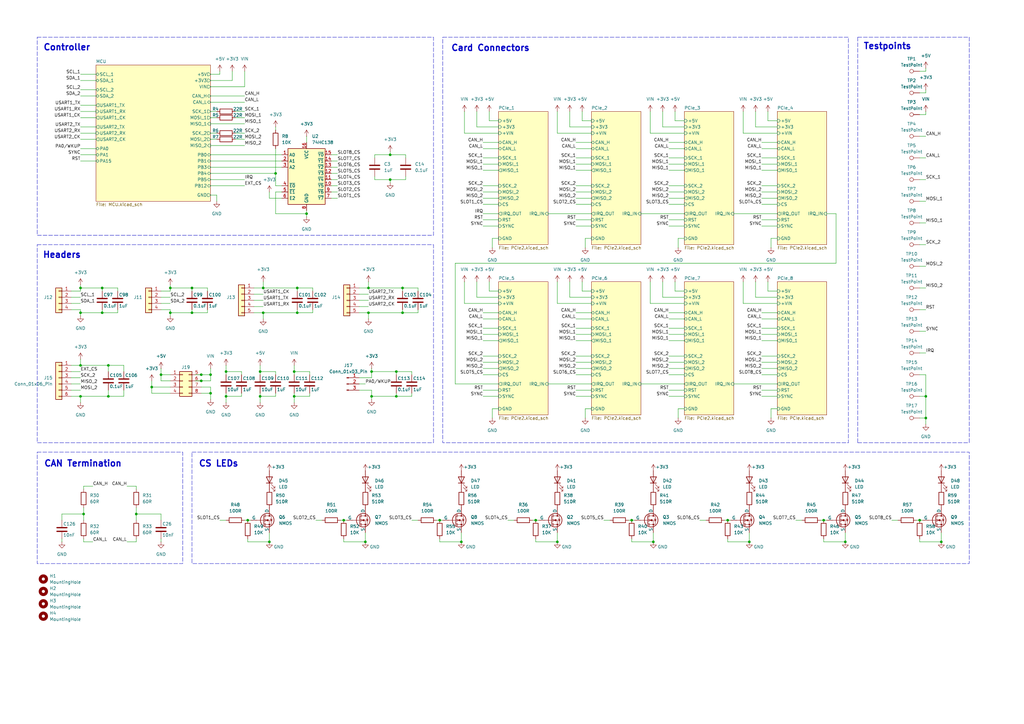
<source format=kicad_sch>
(kicad_sch (version 20250114) (generator "eeschema") (generator_version "9.0")
  (paper "A3")
  (rectangle (start 15.24 185.42) (end 74.93 231.14) (stroke (width 0) (type dash)))
  (rectangle (start 15.24 15.24) (end 177.8 96.52) (stroke (width 0) (type dash)))
  (rectangle (start 15.24 100.33) (end 177.8 181.61) (stroke (width 0) (type dash)))
  (rectangle (start 181.61 15.24) (end 347.98 181.61) (stroke (width 0) (type dash)))
  (rectangle (start 78.74 185.42) (end 397.51 231.14) (stroke (width 0) (type dash)))
  (text "Headers" (at 25.4 104.648 0) (effects (font (size 2.54 2.54) (thickness 0.508) (bold yes))))
  (text "Testpoints" (at 363.982 19.05 0) (effects (font (size 2.54 2.54) (thickness 0.508) (bold yes))))
  (text "CAN Termination" (at 34.036 190.246 0) (effects (font (size 2.54 2.54) (thickness 0.508) (bold yes))))
  (text "Card Connectors" (at 201.168 19.812 0) (effects (font (size 2.54 2.54) (thickness 0.508) (bold yes))))
  (text "CS LEDs\n" (at 89.662 190.246 0) (effects (font (size 2.54 2.54) (thickness 0.508) (bold yes))))
  (text "Controller" (at 27.432 19.558 0) (effects (font (size 2.54 2.54) (thickness 0.508) (bold yes))))
  (junction (at 298.45 213.36))
  (junction (at 219.71 213.36))
  (junction (at 120.65 152.4))
  (junction (at 259.08 213.36))
  (junction (at 107.95 118.11))
  (junction (at 92.71 162.56))
  (junction (at 121.92 128.27))
  (junction (at 41.91 128.27))
  (junction (at 62.23 158.75))
  (junction (at 120.65 162.56))
  (junction (at 152.4 152.4))
  (junction (at 307.34 222.25))
  (junction (at 66.04 153.67))
  (junction (at 189.23 222.25))
  (junction (at 33.02 162.56))
  (junction (at 386.08 222.25))
  (junction (at 151.13 118.11))
  (junction (at 69.85 128.27))
  (junction (at 125.73 87.63))
  (junction (at 41.91 118.11))
  (junction (at 106.68 162.56))
  (junction (at 44.45 162.56))
  (junction (at 180.34 213.36))
  (junction (at 149.86 222.25))
  (junction (at 267.97 222.25))
  (junction (at 82.55 153.67))
  (junction (at 121.92 118.11))
  (junction (at 107.95 128.27))
  (junction (at 165.1 128.27))
  (junction (at 346.71 222.25))
  (junction (at 82.55 156.21))
  (junction (at 160.02 63.5))
  (junction (at 86.36 161.29))
  (junction (at 33.02 118.11))
  (junction (at 33.02 128.27))
  (junction (at 69.85 118.11))
  (junction (at 379.73 171.45))
  (junction (at 337.82 213.36))
  (junction (at 151.13 128.27))
  (junction (at 152.4 162.56))
  (junction (at 78.74 128.27))
  (junction (at 55.88 210.82))
  (junction (at 162.56 162.56))
  (junction (at 78.74 118.11))
  (junction (at 228.6 222.25))
  (junction (at 106.68 152.4))
  (junction (at 140.97 213.36))
  (junction (at 379.73 162.56))
  (junction (at 165.1 118.11))
  (junction (at 33.02 149.86))
  (junction (at 377.19 213.36))
  (junction (at 44.45 149.86))
  (junction (at 86.36 153.67))
  (junction (at 34.29 210.82))
  (junction (at 92.71 152.4))
  (junction (at 113.03 71.12))
  (junction (at 110.49 222.25))
  (junction (at 101.6 213.36))
  (junction (at 160.02 73.66))
  (junction (at 162.56 152.4))
  (wire (pts (xy 128.27 118.11) (xy 128.27 119.38)))
  (wire (pts (xy 106.68 162.56) (xy 106.68 165.1)))
  (wire (pts (xy 86.36 71.12) (xy 113.03 71.12)))
  (wire (pts (xy 85.09 118.11) (xy 85.09 119.38)))
  (wire (pts (xy 66.04 127) (xy 69.85 127)))
  (wire (pts (xy 274.32 78.74) (xy 280.67 78.74)))
  (wire (pts (xy 33.02 162.56) (xy 44.45 162.56)))
  (wire (pts (xy 318.77 97.79) (xy 316.23 97.79)))
  (wire (pts (xy 336.55 213.36) (xy 337.82 213.36)))
  (wire (pts (xy 224.79 87.63) (xy 242.57 87.63)))
  (wire (pts (xy 99.06 153.67) (xy 99.06 152.4)))
  (wire (pts (xy 276.86 115.57) (xy 276.86 119.38)))
  (wire (pts (xy 236.22 128.27) (xy 242.57 128.27)))
  (wire (pts (xy 127 161.29) (xy 127 162.56)))
  (wire (pts (xy 78.74 118.11) (xy 85.09 118.11)))
  (wire (pts (xy 312.42 83.82) (xy 318.77 83.82)))
  (wire (pts (xy 312.42 81.28) (xy 318.77 81.28)))
  (wire (pts (xy 377.19 220.98) (xy 377.19 222.25)))
  (wire (pts (xy 127 153.67) (xy 127 152.4)))
  (wire (pts (xy 271.78 45.72) (xy 271.78 52.07)))
  (wire (pts (xy 48.26 128.27) (xy 41.91 128.27)))
  (wire (pts (xy 55.88 208.28) (xy 55.88 210.82)))
  (wire (pts (xy 280.67 121.92) (xy 271.78 121.92)))
  (wire (pts (xy 219.71 220.98) (xy 219.71 222.25)))
  (wire (pts (xy 86.36 158.75) (xy 86.36 161.29)))
  (wire (pts (xy 242.57 124.46) (xy 228.6 124.46)))
  (wire (pts (xy 66.04 210.82) (xy 55.88 210.82)))
  (wire (pts (xy 127 152.4) (xy 120.65 152.4)))
  (wire (pts (xy 198.12 83.82) (xy 204.47 83.82)))
  (wire (pts (xy 147.32 123.19) (xy 151.13 123.19)))
  (wire (pts (xy 312.42 78.74) (xy 318.77 78.74)))
  (wire (pts (xy 120.65 162.56) (xy 120.65 165.1)))
  (wire (pts (xy 33.02 116.84) (xy 33.02 118.11)))
  (wire (pts (xy 160.02 73.66) (xy 160.02 74.93)))
  (wire (pts (xy 120.65 152.4) (xy 120.65 153.67)))
  (wire (pts (xy 113.03 76.2) (xy 115.57 76.2)))
  (wire (pts (xy 198.12 153.67) (xy 204.47 153.67)))
  (wire (pts (xy 233.68 115.57) (xy 233.68 121.92)))
  (wire (pts (xy 219.71 222.25) (xy 228.6 222.25)))
  (wire (pts (xy 236.22 81.28) (xy 242.57 81.28)))
  (wire (pts (xy 86.36 35.56) (xy 100.33 35.56)))
  (wire (pts (xy 135.89 81.28) (xy 138.43 81.28)))
  (wire (pts (xy 377.19 213.36) (xy 378.46 213.36)))
  (wire (pts (xy 377.19 64.77) (xy 379.73 64.77)))
  (wire (pts (xy 267.97 222.25) (xy 267.97 218.44)))
  (wire (pts (xy 41.91 118.11) (xy 48.26 118.11)))
  (wire (pts (xy 198.12 146.05) (xy 204.47 146.05)))
  (wire (pts (xy 33.02 36.83) (xy 39.37 36.83)))
  (wire (pts (xy 318.77 121.92) (xy 309.88 121.92)))
  (wire (pts (xy 106.68 149.86) (xy 106.68 152.4)))
  (wire (pts (xy 29.21 152.4) (xy 33.02 152.4)))
  (wire (pts (xy 280.67 54.61) (xy 266.7 54.61)))
  (wire (pts (xy 236.22 153.67) (xy 242.57 153.67)))
  (wire (pts (xy 55.88 210.82) (xy 55.88 213.36)))
  (wire (pts (xy 127 162.56) (xy 120.65 162.56)))
  (wire (pts (xy 346.71 222.25) (xy 346.71 218.44)))
  (wire (pts (xy 274.32 64.77) (xy 280.67 64.77)))
  (wire (pts (xy 86.36 73.66) (xy 100.33 73.66)))
  (wire (pts (xy 113.03 161.29) (xy 113.03 162.56)))
  (wire (pts (xy 377.19 82.55) (xy 379.73 82.55)))
  (wire (pts (xy 48.26 127) (xy 48.26 128.27)))
  (wire (pts (xy 236.22 92.71) (xy 242.57 92.71)))
  (wire (pts (xy 312.42 58.42) (xy 318.77 58.42)))
  (wire (pts (xy 147.32 125.73) (xy 151.13 125.73)))
  (wire (pts (xy 238.76 45.72) (xy 238.76 49.53)))
  (wire (pts (xy 339.09 87.63) (xy 342.9 87.63)))
  (wire (pts (xy 379.73 27.94) (xy 379.73 29.21)))
  (wire (pts (xy 104.14 128.27) (xy 107.95 128.27)))
  (wire (pts (xy 236.22 60.96) (xy 242.57 60.96)))
  (wire (pts (xy 82.55 161.29) (xy 86.36 161.29)))
  (wire (pts (xy 29.21 121.92) (xy 33.02 121.92)))
  (wire (pts (xy 48.26 118.11) (xy 48.26 119.38)))
  (wire (pts (xy 259.08 213.36) (xy 260.35 213.36)))
  (wire (pts (xy 171.45 118.11) (xy 171.45 119.38)))
  (wire (pts (xy 242.57 52.07) (xy 233.68 52.07)))
  (wire (pts (xy 312.42 92.71) (xy 318.77 92.71)))
  (wire (pts (xy 204.47 124.46) (xy 190.5 124.46)))
  (wire (pts (xy 33.02 45.72) (xy 39.37 45.72)))
  (wire (pts (xy 86.36 66.04) (xy 115.57 66.04)))
  (wire (pts (xy 29.21 154.94) (xy 33.02 154.94)))
  (wire (pts (xy 240.03 167.64) (xy 240.03 171.45)))
  (wire (pts (xy 274.32 148.59) (xy 280.67 148.59)))
  (wire (pts (xy 276.86 45.72) (xy 276.86 49.53)))
  (wire (pts (xy 33.02 33.02) (xy 39.37 33.02)))
  (wire (pts (xy 274.32 153.67) (xy 280.67 153.67)))
  (wire (pts (xy 29.21 157.48) (xy 33.02 157.48)))
  (wire (pts (xy 92.71 149.86) (xy 92.71 152.4)))
  (wire (pts (xy 66.04 151.13) (xy 66.04 153.67)))
  (wire (pts (xy 78.74 118.11) (xy 78.74 119.38)))
  (wire (pts (xy 25.4 210.82) (xy 25.4 213.36)))
  (wire (pts (xy 240.03 97.79) (xy 240.03 101.6)))
  (wire (pts (xy 312.42 67.31) (xy 318.77 67.31)))
  (wire (pts (xy 29.21 162.56) (xy 33.02 162.56)))
  (wire (pts (xy 113.03 152.4) (xy 106.68 152.4)))
  (wire (pts (xy 110.49 222.25) (xy 110.49 218.44)))
  (wire (pts (xy 33.02 147.32) (xy 33.02 149.86)))
  (wire (pts (xy 66.04 210.82) (xy 66.04 213.36)))
  (wire (pts (xy 66.04 153.67) (xy 69.85 153.67)))
  (wire (pts (xy 228.6 222.25) (xy 228.6 218.44)))
  (wire (pts (xy 85.09 128.27) (xy 78.74 128.27)))
  (wire (pts (xy 110.49 81.28) (xy 110.49 78.74)))
  (wire (pts (xy 33.02 54.61) (xy 39.37 54.61)))
  (wire (pts (xy 160.02 63.5) (xy 166.37 63.5)))
  (wire (pts (xy 33.02 118.11) (xy 33.02 119.38)))
  (wire (pts (xy 236.22 148.59) (xy 242.57 148.59)))
  (wire (pts (xy 140.97 220.98) (xy 140.97 222.25)))
  (wire (pts (xy 139.7 213.36) (xy 140.97 213.36)))
  (wire (pts (xy 198.12 58.42) (xy 204.47 58.42)))
  (wire (pts (xy 204.47 52.07) (xy 195.58 52.07)))
  (wire (pts (xy 189.23 222.25) (xy 189.23 218.44)))
  (wire (pts (xy 287.02 213.36) (xy 289.56 213.36)))
  (wire (pts (xy 33.02 118.11) (xy 41.91 118.11)))
  (wire (pts (xy 198.12 87.63) (xy 204.47 87.63)))
  (wire (pts (xy 337.82 222.25) (xy 346.71 222.25)))
  (wire (pts (xy 34.29 220.98) (xy 34.29 222.25)))
  (wire (pts (xy 233.68 45.72) (xy 233.68 52.07)))
  (wire (pts (xy 219.71 213.36) (xy 220.98 213.36)))
  (wire (pts (xy 200.66 45.72) (xy 200.66 49.53)))
  (wire (pts (xy 86.36 156.21) (xy 86.36 153.67)))
  (wire (pts (xy 236.22 69.85) (xy 242.57 69.85)))
  (wire (pts (xy 33.02 63.5) (xy 39.37 63.5)))
  (wire (pts (xy 25.4 220.98) (xy 25.4 222.25)))
  (wire (pts (xy 198.12 139.7) (xy 204.47 139.7)))
  (polyline (pts (xy 351.79 181.61) (xy 397.51 181.61)) (stroke (width 0) (type dash)))
  (wire (pts (xy 69.85 127) (xy 69.85 128.27)))
  (wire (pts (xy 113.03 162.56) (xy 106.68 162.56)))
  (wire (pts (xy 377.19 100.33) (xy 379.73 100.33)))
  (wire (pts (xy 280.67 167.64) (xy 278.13 167.64)))
  (wire (pts (xy 278.13 167.64) (xy 278.13 171.45)))
  (wire (pts (xy 236.22 78.74) (xy 242.57 78.74)))
  (wire (pts (xy 298.45 220.98) (xy 298.45 222.25)))
  (wire (pts (xy 69.85 118.11) (xy 78.74 118.11)))
  (wire (pts (xy 365.76 213.36) (xy 368.3 213.36)))
  (wire (pts (xy 312.42 64.77) (xy 318.77 64.77)))
  (wire (pts (xy 274.32 60.96) (xy 280.67 60.96)))
  (wire (pts (xy 274.32 76.2) (xy 280.67 76.2)))
  (wire (pts (xy 113.03 52.07) (xy 113.03 53.34)))
  (wire (pts (xy 69.85 128.27) (xy 69.85 129.54)))
  (wire (pts (xy 92.71 152.4) (xy 92.71 153.67)))
  (wire (pts (xy 377.19 55.88) (xy 379.73 55.88)))
  (wire (pts (xy 379.73 171.45) (xy 379.73 173.99)))
  (wire (pts (xy 99.06 161.29) (xy 99.06 162.56)))
  (wire (pts (xy 66.04 124.46) (xy 69.85 124.46)))
  (wire (pts (xy 160.02 62.23) (xy 160.02 63.5)))
  (wire (pts (xy 135.89 71.12) (xy 138.43 71.12)))
  (wire (pts (xy 107.95 128.27) (xy 121.92 128.27)))
  (wire (pts (xy 153.67 73.66) (xy 160.02 73.66)))
  (wire (pts (xy 34.29 199.39) (xy 38.1 199.39)))
  (wire (pts (xy 266.7 115.57) (xy 266.7 124.46)))
  (wire (pts (xy 274.32 130.81) (xy 280.67 130.81)))
  (wire (pts (xy 115.57 78.74) (xy 113.03 78.74)))
  (wire (pts (xy 274.32 69.85) (xy 280.67 69.85)))
  (wire (pts (xy 198.12 60.96) (xy 204.47 60.96)))
  (wire (pts (xy 121.92 118.11) (xy 121.92 119.38)))
  (wire (pts (xy 34.29 200.66) (xy 34.29 199.39)))
  (wire (pts (xy 274.32 67.31) (xy 280.67 67.31)))
  (wire (pts (xy 86.36 68.58) (xy 115.57 68.58)))
  (wire (pts (xy 312.42 134.62) (xy 318.77 134.62)))
  (wire (pts (xy 113.03 71.12) (xy 113.03 76.2)))
  (wire (pts (xy 377.19 91.44) (xy 379.73 91.44)))
  (wire (pts (xy 153.67 64.77) (xy 153.67 63.5)))
  (wire (pts (xy 377.19 29.21) (xy 379.73 29.21)))
  (wire (pts (xy 41.91 128.27) (xy 33.02 128.27)))
  (wire (pts (xy 186.69 157.48) (xy 204.47 157.48)))
  (wire (pts (xy 204.47 121.92) (xy 195.58 121.92)))
  (wire (pts (xy 198.12 128.27) (xy 204.47 128.27)))
  (wire (pts (xy 318.77 49.53) (xy 314.96 49.53)))
  (wire (pts (xy 236.22 64.77) (xy 242.57 64.77)))
  (wire (pts (xy 152.4 152.4) (xy 162.56 152.4)))
  (wire (pts (xy 236.22 151.13) (xy 242.57 151.13)))
  (wire (pts (xy 95.25 29.21) (xy 95.25 33.02)))
  (wire (pts (xy 198.12 148.59) (xy 204.47 148.59)))
  (wire (pts (xy 152.4 162.56) (xy 162.56 162.56)))
  (wire (pts (xy 33.02 43.18) (xy 39.37 43.18)))
  (wire (pts (xy 342.9 87.63) (xy 342.9 107.95)))
  (wire (pts (xy 135.89 66.04) (xy 138.43 66.04)))
  (wire (pts (xy 242.57 167.64) (xy 240.03 167.64)))
  (wire (pts (xy 86.36 48.26) (xy 88.9 48.26)))
  (wire (pts (xy 236.22 162.56) (xy 242.57 162.56)))
  (polyline (pts (xy 351.79 15.24) (xy 351.79 181.61)) (stroke (width 0) (type dash)))
  (wire (pts (xy 107.95 115.57) (xy 107.95 118.11)))
  (wire (pts (xy 326.39 213.36) (xy 328.93 213.36)))
  (wire (pts (xy 128.27 128.27) (xy 121.92 128.27)))
  (wire (pts (xy 312.42 153.67) (xy 318.77 153.67)))
  (wire (pts (xy 69.85 156.21) (xy 66.04 156.21)))
  (wire (pts (xy 82.55 158.75) (xy 86.36 158.75)))
  (wire (pts (xy 101.6 213.36) (xy 102.87 213.36)))
  (wire (pts (xy 204.47 49.53) (xy 200.66 49.53)))
  (wire (pts (xy 195.58 115.57) (xy 195.58 121.92)))
  (wire (pts (xy 29.21 127) (xy 33.02 127)))
  (wire (pts (xy 99.06 162.56) (xy 92.71 162.56)))
  (wire (pts (xy 101.6 220.98) (xy 101.6 222.25)))
  (wire (pts (xy 312.42 130.81) (xy 318.77 130.81)))
  (wire (pts (xy 208.28 213.36) (xy 210.82 213.36)))
  (wire (pts (xy 113.03 60.96) (xy 113.03 71.12)))
  (wire (pts (xy 204.47 54.61) (xy 190.5 54.61)))
  (wire (pts (xy 280.67 97.79) (xy 278.13 97.79)))
  (wire (pts (xy 204.47 97.79) (xy 201.93 97.79)))
  (wire (pts (xy 86.36 54.61) (xy 88.9 54.61)))
  (wire (pts (xy 34.29 222.25) (xy 38.1 222.25)))
  (wire (pts (xy 198.12 90.17) (xy 204.47 90.17)))
  (wire (pts (xy 86.36 30.48) (xy 90.17 30.48)))
  (wire (pts (xy 312.42 148.59) (xy 318.77 148.59)))
  (wire (pts (xy 147.32 154.94) (xy 152.4 154.94)))
  (wire (pts (xy 198.12 76.2) (xy 204.47 76.2)))
  (wire (pts (xy 92.71 161.29) (xy 92.71 162.56)))
  (wire (pts (xy 198.12 151.13) (xy 204.47 151.13)))
  (wire (pts (xy 96.52 57.15) (xy 100.33 57.15)))
  (wire (pts (xy 259.08 220.98) (xy 259.08 222.25)))
  (wire (pts (xy 377.19 162.56) (xy 379.73 162.56)))
  (wire (pts (xy 168.91 162.56) (xy 162.56 162.56)))
  (wire (pts (xy 307.34 222.25) (xy 307.34 218.44)))
  (wire (pts (xy 377.19 73.66) (xy 379.73 73.66)))
  (wire (pts (xy 66.04 153.67) (xy 66.04 156.21)))
  (wire (pts (xy 242.57 54.61) (xy 228.6 54.61)))
  (wire (pts (xy 312.42 76.2) (xy 318.77 76.2)))
  (wire (pts (xy 337.82 220.98) (xy 337.82 222.25)))
  (wire (pts (xy 86.36 33.02) (xy 95.25 33.02)))
  (wire (pts (xy 166.37 73.66) (xy 166.37 72.39)))
  (wire (pts (xy 342.9 107.95) (xy 186.69 107.95)))
  (wire (pts (xy 377.19 144.78) (xy 379.73 144.78)))
  (wire (pts (xy 377.19 109.22) (xy 379.73 109.22)))
  (wire (pts (xy 259.08 222.25) (xy 267.97 222.25)))
  (wire (pts (xy 86.36 76.2) (xy 100.33 76.2)))
  (wire (pts (xy 318.77 119.38) (xy 314.96 119.38)))
  (wire (pts (xy 297.18 213.36) (xy 298.45 213.36)))
  (wire (pts (xy 377.19 222.25) (xy 386.08 222.25)))
  (wire (pts (xy 274.32 128.27) (xy 280.67 128.27)))
  (wire (pts (xy 271.78 115.57) (xy 271.78 121.92)))
  (wire (pts (xy 86.36 153.67) (xy 86.36 151.13)))
  (wire (pts (xy 304.8 115.57) (xy 304.8 124.46)))
  (wire (pts (xy 179.07 213.36) (xy 180.34 213.36)))
  (wire (pts (xy 280.67 49.53) (xy 276.86 49.53)))
  (wire (pts (xy 236.22 67.31) (xy 242.57 67.31)))
  (wire (pts (xy 300.99 157.48) (xy 318.77 157.48)))
  (wire (pts (xy 312.42 151.13) (xy 318.77 151.13)))
  (wire (pts (xy 274.32 81.28) (xy 280.67 81.28)))
  (wire (pts (xy 33.02 52.07) (xy 39.37 52.07)))
  (wire (pts (xy 257.81 213.36) (xy 259.08 213.36)))
  (wire (pts (xy 113.03 78.74) (xy 113.03 87.63)))
  (wire (pts (xy 298.45 213.36) (xy 299.72 213.36)))
  (polyline (pts (xy 351.79 15.24) (xy 397.51 15.24)) (stroke (width 0) (type dash)))
  (wire (pts (xy 377.19 171.45) (xy 379.73 171.45)))
  (wire (pts (xy 29.21 124.46) (xy 33.02 124.46)))
  (wire (pts (xy 280.67 124.46) (xy 266.7 124.46)))
  (wire (pts (xy 312.42 162.56) (xy 318.77 162.56)))
  (wire (pts (xy 55.88 199.39) (xy 55.88 200.66)))
  (wire (pts (xy 34.29 208.28) (xy 34.29 210.82)))
  (wire (pts (xy 33.02 48.26) (xy 39.37 48.26)))
  (wire (pts (xy 247.65 213.36) (xy 250.19 213.36)))
  (wire (pts (xy 171.45 128.27) (xy 165.1 128.27)))
  (wire (pts (xy 228.6 115.57) (xy 228.6 124.46)))
  (wire (pts (xy 236.22 134.62) (xy 242.57 134.62)))
  (wire (pts (xy 218.44 213.36) (xy 219.71 213.36)))
  (wire (pts (xy 153.67 63.5) (xy 160.02 63.5)))
  (wire (pts (xy 86.36 50.8) (xy 100.33 50.8)))
  (wire (pts (xy 100.33 29.21) (xy 100.33 35.56)))
  (wire (pts (xy 121.92 118.11) (xy 128.27 118.11)))
  (wire (pts (xy 377.19 118.11) (xy 379.73 118.11)))
  (wire (pts (xy 198.12 137.16) (xy 204.47 137.16)))
  (wire (pts (xy 236.22 160.02) (xy 242.57 160.02)))
  (wire (pts (xy 104.14 123.19) (xy 107.95 123.19)))
  (wire (pts (xy 33.02 128.27) (xy 33.02 129.54)))
  (wire (pts (xy 242.57 119.38) (xy 238.76 119.38)))
  (wire (pts (xy 312.42 160.02) (xy 318.77 160.02)))
  (wire (pts (xy 236.22 130.81) (xy 242.57 130.81)))
  (wire (pts (xy 318.77 124.46) (xy 304.8 124.46)))
  (wire (pts (xy 69.85 116.84) (xy 69.85 118.11)))
  (wire (pts (xy 90.17 29.21) (xy 90.17 30.48)))
  (wire (pts (xy 66.04 121.92) (xy 69.85 121.92)))
  (wire (pts (xy 29.21 160.02) (xy 33.02 160.02)))
  (wire (pts (xy 198.12 64.77) (xy 204.47 64.77)))
  (wire (pts (xy 147.32 118.11) (xy 151.13 118.11)))
  (wire (pts (xy 125.73 87.63) (xy 125.73 88.9)))
  (wire (pts (xy 242.57 49.53) (xy 238.76 49.53)))
  (wire (pts (xy 198.12 78.74) (xy 204.47 78.74)))
  (wire (pts (xy 309.88 115.57) (xy 309.88 121.92)))
  (wire (pts (xy 278.13 97.79) (xy 278.13 101.6)))
  (wire (pts (xy 29.21 119.38) (xy 33.02 119.38)))
  (wire (pts (xy 29.21 149.86) (xy 33.02 149.86)))
  (wire (pts (xy 377.19 38.1) (xy 379.73 38.1)))
  (wire (pts (xy 128.27 127) (xy 128.27 128.27)))
  (wire (pts (xy 25.4 210.82) (xy 34.29 210.82)))
  (wire (pts (xy 62.23 161.29) (xy 69.85 161.29)))
  (wire (pts (xy 168.91 152.4) (xy 168.91 153.67)))
  (wire (pts (xy 140.97 222.25) (xy 149.86 222.25)))
  (wire (pts (xy 200.66 115.57) (xy 200.66 119.38)))
  (wire (pts (xy 312.42 60.96) (xy 318.77 60.96)))
  (wire (pts (xy 274.32 162.56) (xy 280.67 162.56)))
  (wire (pts (xy 180.34 213.36) (xy 181.61 213.36)))
  (wire (pts (xy 337.82 213.36) (xy 339.09 213.36)))
  (wire (pts (xy 66.04 220.98) (xy 66.04 222.25)))
  (wire (pts (xy 236.22 146.05) (xy 242.57 146.05)))
  (wire (pts (xy 238.76 115.57) (xy 238.76 119.38)))
  (wire (pts (xy 224.79 157.48) (xy 242.57 157.48)))
  (wire (pts (xy 379.73 162.56) (xy 379.73 171.45)))
  (wire (pts (xy 204.47 119.38) (xy 200.66 119.38)))
  (wire (pts (xy 69.85 119.38) (xy 69.85 118.11)))
  (wire (pts (xy 274.32 139.7) (xy 280.67 139.7)))
  (wire (pts (xy 96.52 45.72) (xy 100.33 45.72)))
  (wire (pts (xy 274.32 137.16) (xy 280.67 137.16)))
  (wire (pts (xy 312.42 69.85) (xy 318.77 69.85)))
  (wire (pts (xy 198.12 67.31) (xy 204.47 67.31)))
  (wire (pts (xy 85.09 127) (xy 85.09 128.27)))
  (wire (pts (xy 318.77 54.61) (xy 304.8 54.61)))
  (wire (pts (xy 140.97 213.36) (xy 142.24 213.36)))
  (wire (pts (xy 80.01 156.21) (xy 82.55 156.21)))
  (wire (pts (xy 44.45 149.86) (xy 44.45 152.4)))
  (wire (pts (xy 152.4 163.83) (xy 152.4 162.56)))
  (wire (pts (xy 274.32 134.62) (xy 280.67 134.62)))
  (wire (pts (xy 86.36 39.37) (xy 100.33 39.37)))
  (wire (pts (xy 236.22 76.2) (xy 242.57 76.2)))
  (wire (pts (xy 86.36 45.72) (xy 88.9 45.72)))
  (wire (pts (xy 115.57 81.28) (xy 110.49 81.28)))
  (wire (pts (xy 180.34 222.25) (xy 189.23 222.25)))
  (wire (pts (xy 52.07 199.39) (xy 55.88 199.39)))
  (wire (pts (xy 147.32 128.27) (xy 151.13 128.27)))
  (wire (pts (xy 198.12 160.02) (xy 204.47 160.02)))
  (wire (pts (xy 149.86 222.25) (xy 149.86 218.44)))
  (wire (pts (xy 379.73 36.83) (xy 379.73 38.1)))
  (wire (pts (xy 44.45 149.86) (xy 50.8 149.86)))
  (wire (pts (xy 33.02 39.37) (xy 39.37 39.37)))
  (wire (pts (xy 195.58 45.72) (xy 195.58 52.07)))
  (wire (pts (xy 198.12 92.71) (xy 204.47 92.71)))
  (wire (pts (xy 151.13 128.27) (xy 151.13 130.81)))
  (wire (pts (xy 386.08 222.25) (xy 386.08 218.44)))
  (wire (pts (xy 204.47 167.64) (xy 201.93 167.64)))
  (wire (pts (xy 236.22 90.17) (xy 242.57 90.17)))
  (wire (pts (xy 86.36 161.29) (xy 86.36 163.83)))
  (wire (pts (xy 162.56 161.29) (xy 162.56 162.56)))
  (wire (pts (xy 236.22 139.7) (xy 242.57 139.7)))
  (wire (pts (xy 314.96 115.57) (xy 314.96 119.38)))
  (wire (pts (xy 62.23 158.75) (xy 69.85 158.75)))
  (wire (pts (xy 82.55 156.21) (xy 86.36 156.21)))
  (wire (pts (xy 379.73 45.72) (xy 379.73 46.99)))
  (wire (pts (xy 318.77 52.07) (xy 309.88 52.07)))
  (wire (pts (xy 377.19 127) (xy 379.73 127)))
  (wire (pts (xy 100.33 213.36) (xy 101.6 213.36)))
  (wire (pts (xy 160.02 73.66) (xy 166.37 73.66)))
  (wire (pts (xy 198.12 162.56) (xy 204.47 162.56)))
  (wire (pts (xy 104.14 125.73) (xy 107.95 125.73)))
  (wire (pts (xy 165.1 118.11) (xy 171.45 118.11)))
  (wire (pts (xy 274.32 92.71) (xy 280.67 92.71)))
  (wire (pts (xy 312.42 90.17) (xy 318.77 90.17)))
  (wire (pts (xy 135.89 76.2) (xy 138.43 76.2)))
  (wire (pts (xy 120.65 161.29) (xy 120.65 162.56)))
  (wire (pts (xy 120.65 149.86) (xy 120.65 152.4)))
  (wire (pts (xy 166.37 63.5) (xy 166.37 64.77)))
  (wire (pts (xy 280.67 52.07) (xy 271.78 52.07)))
  (wire (pts (xy 33.02 30.48) (xy 39.37 30.48)))
  (wire (pts (xy 86.36 41.91) (xy 100.33 41.91)))
  (wire (pts (xy 280.67 119.38) (xy 276.86 119.38)))
  (wire (pts (xy 274.32 160.02) (xy 280.67 160.02)))
  (wire (pts (xy 236.22 58.42) (xy 242.57 58.42)))
  (wire (pts (xy 151.13 118.11) (xy 165.1 118.11)))
  (wire (pts (xy 135.89 78.74) (xy 138.43 78.74)))
  (wire (pts (xy 33.02 66.04) (xy 39.37 66.04)))
  (wire (pts (xy 44.45 160.02) (xy 44.45 162.56)))
  (wire (pts (xy 33.02 60.96) (xy 39.37 60.96)))
  (wire (pts (xy 121.92 127) (xy 121.92 128.27)))
  (wire (pts (xy 318.77 167.64) (xy 316.23 167.64)))
  (wire (pts (xy 165.1 118.11) (xy 165.1 119.38)))
  (wire (pts (xy 151.13 128.27) (xy 165.1 128.27)))
  (wire (pts (xy 379.73 153.67) (xy 379.73 162.56)))
  (wire (pts (xy 99.06 152.4) (xy 92.71 152.4)))
  (wire (pts (xy 41.91 127) (xy 41.91 128.27)))
  (wire (pts (xy 312.42 128.27) (xy 318.77 128.27)))
  (wire (pts (xy 377.19 135.89) (xy 379.73 135.89)))
  (wire (pts (xy 274.32 58.42) (xy 280.67 58.42)))
  (wire (pts (xy 147.32 160.02) (xy 152.4 160.02)))
  (wire (pts (xy 236.22 137.16) (xy 242.57 137.16)))
  (wire (pts (xy 135.89 73.66) (xy 138.43 73.66)))
  (wire (pts (xy 198.12 81.28) (xy 204.47 81.28)))
  (wire (pts (xy 377.19 153.67) (xy 379.73 153.67)))
  (wire (pts (xy 198.12 134.62) (xy 204.47 134.62)))
  (wire (pts (xy 274.32 151.13) (xy 280.67 151.13)))
  (wire (pts (xy 316.23 167.64) (xy 316.23 171.45)))
  (wire (pts (xy 90.17 213.36) (xy 92.71 213.36)))
  (wire (pts (xy 236.22 83.82) (xy 242.57 83.82)))
  (wire (pts (xy 104.14 118.11) (xy 107.95 118.11)))
  (wire (pts (xy 34.29 210.82) (xy 34.29 213.36)))
  (wire (pts (xy 266.7 45.72) (xy 266.7 54.61)))
  (wire (pts (xy 198.12 69.85) (xy 204.47 69.85)))
  (wire (pts (xy 165.1 127) (xy 165.1 128.27)))
  (wire (pts (xy 314.96 45.72) (xy 314.96 49.53)))
  (wire (pts (xy 96.52 54.61) (xy 100.33 54.61)))
  (wire (pts (xy 104.14 120.65) (xy 107.95 120.65)))
  (wire (pts (xy 113.03 153.67) (xy 113.03 152.4)))
  (wire (pts (xy 312.42 139.7) (xy 318.77 139.7)))
  (wire (pts (xy 125.73 86.36) (xy 125.73 87.63)))
  (wire (pts (xy 62.23 156.21) (xy 62.23 158.75)))
  (wire (pts (xy 190.5 45.72) (xy 190.5 54.61)))
  (wire (pts (xy 190.5 115.57) (xy 190.5 124.46)))
  (wire (pts (xy 274.32 83.82) (xy 280.67 83.82)))
  (wire (pts (xy 82.55 153.67) (xy 86.36 153.67)))
  (wire (pts (xy 92.71 162.56) (xy 92.71 165.1)))
  (wire (pts (xy 180.34 220.98) (xy 180.34 222.25)))
  (wire (pts (xy 162.56 152.4) (xy 168.91 152.4)))
  (wire (pts (xy 242.57 97.79) (xy 240.03 97.79)))
  (wire (pts (xy 377.19 46.99) (xy 379.73 46.99)))
  (wire (pts (xy 152.4 152.4) (xy 152.4 154.94)))
  (wire (pts (xy 33.02 162.56) (xy 33.02 165.1)))
  (wire (pts (xy 106.68 161.29) (xy 106.68 162.56)))
  (wire (pts (xy 33.02 149.86) (xy 44.45 149.86)))
  (wire (pts (xy 201.93 97.79) (xy 201.93 101.6)))
  (wire (pts (xy 312.42 137.16) (xy 318.77 137.16)))
  (wire (pts (xy 198.12 130.81) (xy 204.47 130.81)))
  (wire (pts (xy 135.89 63.5) (xy 138.43 63.5)))
  (wire (pts (xy 78.74 127) (xy 78.74 128.27)))
  (wire (pts (xy 96.52 48.26) (xy 100.33 48.26)))
  (wire (pts (xy 152.4 160.02) (xy 152.4 162.56)))
  (wire (pts (xy 153.67 72.39) (xy 153.67 73.66)))
  (wire (pts (xy 50.8 149.86) (xy 50.8 152.4)))
  (wire (pts (xy 78.74 128.27) (xy 69.85 128.27)))
  (wire (pts (xy 107.95 118.11) (xy 121.92 118.11)))
  (wire (pts (xy 168.91 161.29) (xy 168.91 162.56)))
  (wire (pts (xy 107.95 128.27) (xy 107.95 130.81)))
  (wire (pts (xy 41.91 118.11) (xy 41.91 119.38)))
  (wire (pts (xy 375.92 213.36) (xy 377.19 213.36)))
  (wire (pts (xy 55.88 222.25) (xy 52.07 222.25)))
  (wire (pts (xy 44.45 162.56) (xy 50.8 162.56)))
  (wire (pts (xy 101.6 222.25) (xy 110.49 222.25)))
  (wire (pts (xy 33.02 127) (xy 33.02 128.27)))
  (wire (pts (xy 125.73 87.63) (xy 113.03 87.63)))
  (wire (pts (xy 300.99 87.63) (xy 318.77 87.63)))
  (wire (pts (xy 106.68 152.4) (xy 106.68 153.67)))
  (wire (pts (xy 86.36 59.69) (xy 100.33 59.69)))
  (wire (pts (xy 201.93 167.64) (xy 201.93 171.45)))
  (wire (pts (xy 312.42 146.05) (xy 318.77 146.05)))
  (wire (pts (xy 168.91 213.36) (xy 171.45 213.36)))
  (wire (pts (xy 66.04 119.38) (xy 69.85 119.38)))
  (wire (pts (xy 147.32 120.65) (xy 151.13 120.65)))
  (wire (pts (xy 151.13 115.57) (xy 151.13 118.11)))
  (wire (pts (xy 228.6 45.72) (xy 228.6 54.61)))
  (wire (pts (xy 171.45 127) (xy 171.45 128.27)))
  (wire (pts (xy 125.73 55.88) (xy 125.73 58.42)))
  (wire (pts (xy 162.56 152.4) (xy 162.56 153.67)))
  (wire (pts (xy 86.36 57.15) (xy 88.9 57.15)))
  (wire (pts (xy 242.57 121.92) (xy 233.68 121.92)))
  (wire (pts (xy 147.32 157.48) (xy 149.86 157.48)))
  (wire (pts (xy 129.54 213.36) (xy 132.08 213.36)))
  (wire (pts (xy 62.23 158.75) (xy 62.23 161.29)))
  (wire (pts (xy 304.8 45.72) (xy 304.8 54.61)))
  (wire (pts (xy 262.89 157.48) (xy 280.67 157.48)))
  (polyline (pts (xy 397.51 15.24) (xy 397.51 181.61)) (stroke (width 0) (type dash)))
  (wire (pts (xy 298.45 222.25) (xy 307.34 222.25)))
  (wire (pts (xy 316.23 97.79) (xy 316.23 101.6)))
  (wire (pts (xy 309.88 45.72) (xy 309.88 52.07)))
  (wire (pts (xy 186.69 107.95) (xy 186.69 157.48)))
  (wire (pts (xy 274.32 146.05) (xy 280.67 146.05)))
  (wire (pts (xy 262.89 87.63) (xy 280.67 87.63)))
  (wire (pts (xy 88.9 80.01) (xy 88.9 82.55)))
  (wire (pts (xy 80.01 153.67) (xy 82.55 153.67)))
  (wire (pts (xy 33.02 57.15) (xy 39.37 57.15)))
  (wire (pts (xy 50.8 160.02) (xy 50.8 162.56)))
  (wire (pts (xy 86.36 80.01) (xy 88.9 80.01)))
  (wire (pts (xy 135.89 68.58) (xy 138.43 68.58)))
  (wire (pts (xy 86.36 63.5) (xy 115.57 63.5)))
  (wire (pts (xy 55.88 220.98) (xy 55.88 222.25)))
  (wire (pts (xy 274.32 90.17) (xy 280.67 90.17)))
  (wire (pts (xy 152.4 151.13) (xy 152.4 152.4)))
  (label "SLOT8_CS" (at 312.42 153.67 180))
  (label "USART1_CK" (at 107.95 120.65 0))
  (label "RST" (at 33.02 66.04 180))
  (label "SYNC" (at 379.73 135.89 0))
  (label "SYNC" (at 236.22 162.56 180))
  (label "MISO_2" (at 236.22 81.28 180))
  (label "MISO_1" (at 312.42 69.85 180))
  (label "RST" (at 236.22 90.17 180))
  (label "MISO_1" (at 100.33 50.8 0))
  (label "CAN_L" (at 100.33 41.91 0))
  (label "CAN_L" (at 274.32 60.96 180))
  (label "IRQ" (at 198.12 87.63 180))
  (label "USART1_RX" (at 107.95 125.73 0))
  (label "CAN_H" (at 312.42 58.42 180))
  (label "RST" (at 274.32 90.17 180))
  (label "SLOT4_CS" (at 312.42 83.82 180))
  (label "CAN_H" (at 198.12 128.27 180))
  (label "SLOT6_CS" (at 287.02 213.36 180))
  (label "CAN_L" (at 236.22 60.96 180))
  (label "EXT_CS" (at 100.33 76.2 0))
  (label "SLOT4_CS" (at 138.43 73.66 0))
  (label "MISO_1" (at 274.32 139.7 180))
  (label "RST" (at 274.32 160.02 180))
  (label "MISO_2" (at 33.02 157.48 0))
  (label "PA0{slash}WKUP" (at 149.86 157.48 0))
  (label "SLOT4_CS" (at 208.28 213.36 180))
  (label "SCK_2" (at 312.42 146.05 180))
  (label "SDA_2" (at 33.02 39.37 180))
  (label "SCK_2" (at 198.12 76.2 180))
  (label "CAN_L" (at 52.07 222.25 180))
  (label "MISO_2" (at 100.33 59.69 0))
  (label "SDA_1" (at 33.02 33.02 180))
  (label "SLOT6_CS" (at 236.22 153.67 180))
  (label "SLOT7_CS" (at 274.32 153.67 180))
  (label "CAN_H" (at 274.32 128.27 180))
  (label "SDA_2" (at 69.85 124.46 0))
  (label "CAN_H" (at 198.12 58.42 180))
  (label "SCK_1" (at 274.32 64.77 180))
  (label "SYNC" (at 274.32 92.71 180))
  (label "MISO_1" (at 379.73 91.44 0))
  (label "SLOT3_CS" (at 274.32 83.82 180))
  (label "SYNC" (at 274.32 162.56 180))
  (label "MOSI_2" (at 274.32 148.59 180))
  (label "MISO_2" (at 236.22 151.13 180))
  (label "CAN_L" (at 236.22 130.81 180))
  (label "RST" (at 198.12 160.02 180))
  (label "RST" (at 379.73 127 0))
  (label "MOSI_2" (at 236.22 78.74 180))
  (label "IRQ" (at 100.33 73.66 0))
  (label "SLOT2_CS" (at 129.54 213.36 180))
  (label "MISO_2" (at 274.32 81.28 180))
  (label "USART2_RX" (at 151.13 123.19 0))
  (label "USART2_TX" (at 151.13 120.65 0))
  (label "SCK_2" (at 198.12 146.05 180))
  (label "RST" (at 312.42 160.02 180))
  (label "SLOT3_CS" (at 138.43 76.2 0))
  (label "SLOT5_CS" (at 247.65 213.36 180))
  (label "PA0{slash}WKUP" (at 33.02 60.96 180))
  (label "IRQ" (at 379.73 144.78 0))
  (label "SCK_2" (at 274.32 146.05 180))
  (label "MISO_1" (at 312.42 139.7 180))
  (label "MISO_1" (at 198.12 69.85 180))
  (label "SCK_2" (at 236.22 146.05 180))
  (label "MISO_1" (at 236.22 139.7 180))
  (label "RST" (at 198.12 90.17 180))
  (label "MISO_2" (at 379.73 118.11 0))
  (label "SLOT6_CS" (at 138.43 68.58 0))
  (label "MOSI_1" (at 236.22 137.16 180))
  (label "SLOT7_CS" (at 326.39 213.36 180))
  (label "SCK_1" (at 198.12 64.77 180))
  (label "SYNC" (at 33.02 63.5 180))
  (label "MOSI_2" (at 33.02 160.02 0))
  (label "SYNC" (at 312.42 92.71 180))
  (label "SCL_2" (at 33.02 36.83 180))
  (label "MOSI_2" (at 236.22 148.59 180))
  (label "CAN_H" (at 100.33 39.37 0))
  (label "CAN_L" (at 379.73 64.77 0))
  (label "SLOT5_CS" (at 138.43 71.12 0))
  (label "MOSI_1" (at 236.22 67.31 180))
  (label "RST" (at 312.42 90.17 180))
  (label "SCK_1" (at 312.42 64.77 180))
  (label "SYNC" (at 236.22 92.71 180))
  (label "SCK_1" (at 236.22 134.62 180))
  (label "SYNC" (at 312.42 162.56 180))
  (label "MOSI_2" (at 198.12 148.59 180))
  (label "CAN_H" (at 236.22 58.42 180))
  (label "SCK_1" (at 236.22 64.77 180))
  (label "EXT_CS" (at 33.02 152.4 0))
  (label "CAN_H" (at 38.1 199.39 0))
  (label "RST" (at 236.22 160.02 180))
  (label "MISO_2" (at 274.32 151.13 180))
  (label "CAN_L" (at 312.42 60.96 180))
  (label "SYNC" (at 198.12 92.71 180))
  (label "CAN_L" (at 274.32 130.81 180))
  (label "SCK_2" (at 236.22 76.2 180))
  (label "MOSI_2" (at 274.32 78.74 180))
  (label "SLOT8_CS" (at 138.43 63.5 0))
  (label "CAN_H" (at 236.22 128.27 180))
  (label "USART2_CK" (at 151.13 125.73 0))
  (label "SDA_1" (at 33.02 124.46 0))
  (label "SLOT3_CS" (at 168.91 213.36 180))
  (label "SLOT2_CS" (at 236.22 83.82 180))
  (label "SCK_2" (at 379.73 100.33 0))
  (label "SLOT1_CS" (at 90.17 213.36 180))
  (label "SCK_1" (at 312.42 134.62 180))
  (label "SLOT5_CS" (at 198.12 153.67 180))
  (label "SCK_2" (at 100.33 54.61 0))
  (label "SCK_1" (at 274.32 134.62 180))
  (label "USART1_CK" (at 33.02 48.26 180))
  (label "SYNC" (at 198.12 162.56 180))
  (label "CAN_L" (at 38.1 222.25 0))
  (label "MISO_1" (at 274.32 69.85 180))
  (label "MISO_2" (at 198.12 151.13 180))
  (label "SLOT8_CS" (at 365.76 213.36 180))
  (label "SCK_1" (at 379.73 73.66 0))
  (label "SCK_2" (at 312.42 76.2 180))
  (label "MOSI_1" (at 100.33 48.26 0))
  (label "MOSI_1" (at 379.73 82.55 0))
  (label "SCK_2" (at 274.32 76.2 180))
  (label "MISO_1" (at 198.12 139.7 180))
  (label "SCL_2" (at 69.85 121.92 0))
  (label "MOSI_2" (at 312.42 148.59 180))
  (label "MOSI_1" (at 312.42 137.16 180))
  (label "SCL_1" (at 33.02 121.92 0))
  (label "USART2_RX" (at 33.02 54.61 180))
  (label "SCL_1" (at 33.02 30.48 180))
  (label "CAN_L" (at 312.42 130.81 180))
  (label "MOSI_1" (at 198.12 137.16 180))
  (label "SCK_2" (at 33.02 154.94 0))
  (label "MISO_2" (at 312.42 81.28 180))
  (label "USART2_CK" (at 33.02 57.15 180))
  (label "CAN_L" (at 198.12 130.81 180))
  (label "USART2_TX" (at 33.02 52.07 180))
  (label "MOSI_1" (at 198.12 67.31 180))
  (label "MISO_1" (at 236.22 69.85 180))
  (label "SLOT1_CS" (at 138.43 81.28 0))
  (label "MOSI_1" (at 274.32 137.16 180))
  (label "SCK_1" (at 100.33 45.72 0))
  (label "CAN_H" (at 312.42 128.27 180))
  (label "MOSI_2" (at 379.73 109.22 0))
  (label "USART1_TX" (at 107.95 123.19 0))
  (label "SLOT2_CS" (at 138.43 78.74 0))
  (label "SLOT1_CS" (at 198.12 83.82 180))
  (label "CAN_L" (at 198.12 60.96 180))
  (label "USART1_TX" (at 33.02 43.18 180))
  (label "SLOT7_CS" (at 138.43 66.04 0))
  (label "MISO_2" (at 312.42 151.13 180))
  (label "USART1_RX" (at 33.02 45.72 180))
  (label "CAN_H" (at 379.73 55.88 0))
  (label "CAN_H" (at 274.32 58.42 180))
  (label "MOSI_2" (at 100.33 57.15 0))
  (label "MOSI_2" (at 312.42 78.74 180))
  (label "MISO_2" (at 198.12 81.28 180))
  (label "MOSI_1" (at 312.42 67.31 180))
  (label "MOSI_2" (at 198.12 78.74 180))
  (label "CAN_H" (at 52.07 199.39 180))
  (label "SCK_1" (at 198.12 134.62 180))
  (label "MOSI_1" (at 274.32 67.31 180))
  (symbol (lib_id "Simulation_SPICE:NMOS") (at 107.95 213.36 0) (unit 1)
    (property "Reference" "Q6" (at 114.3 212.0899 0) (effects (justify left)))
    (property "Value" "NMOS" (at 114.3 214.6299 0) (effects (justify left)))
    (property "Footprint" "Package_TO_SOT_SMD:SOT-23-3" (effects (hide yes)))
    (property "Datasheet" "https://ngspice.sourceforge.io/docs/ngspice-html-manual/manual.xhtml#cha_MOSFETs" (effects (hide yes)))
    (property "Description" "N-MOSFET transistor, drain/source/gate" (effects (hide yes)))
    (property "Sim.Device" "NMOS" (effects (hide yes)))
    (property "Sim.Type" "VDMOS" (effects (hide yes)))
    (property "Sim.Pins" "1=D 2=G 3=S" (effects (hide yes)))
  )
  (symbol (lib_id "Connector:TestPoint") (at 377.19 135.89 90) (unit 1)
    (property "Reference" "TP13" (at 373.888 130.81 90))
    (property "Value" "TestPoint" (at 373.888 133.35 90))
    (property "Footprint" "TestPoint:TestPoint_Pad_D1.0mm" (effects (hide yes)))
    (property "Description" "test point" (effects (hide yes)))
  )
  (symbol (lib_id "Device:LED") (at 149.86 196.85 90) (unit 1)
    (property "Reference" "D46" (at 153.67 197.1674 90) (effects (justify right)))
    (property "Value" "LED" (at 153.67 199.7074 90) (effects (justify right)))
    (property "Footprint" "LED_SMD:LED_0805_2012Metric" (effects (hide yes)))
    (property "Description" "Light emitting diode" (effects (hide yes)))
  )
  (symbol (lib_id "power:GND") (at 92.71 165.1 0) (unit 1)
    (property "Reference" "#PWR0105" (effects (hide yes)))
    (property "Value" "GND" (at 92.71 170.18 0))
    (property "Description" "Power symbol creates a global label with name \"GND\" , ground" (effects (hide yes)))
  )
  (symbol (lib_id "Device:R") (at 34.29 204.47 0) (unit 1)
    (property "Reference" "R30" (at 36.83 203.1999 0) (effects (justify left)))
    (property "Value" "60R" (at 36.83 205.7399 0) (effects (justify left)))
    (property "Footprint" "Resistor_SMD:R_0805_2012Metric" (effects (hide yes)))
    (property "Description" "Resistor" (effects (hide yes)))
  )
  (symbol (lib_id "Simulation_SPICE:NMOS") (at 226.06 213.36 0) (unit 1)
    (property "Reference" "Q2" (at 232.41 212.0899 0) (effects (justify left)))
    (property "Value" "NMOS" (at 232.41 214.6299 0) (effects (justify left)))
    (property "Footprint" "Package_TO_SOT_SMD:SOT-23-3" (effects (hide yes)))
    (property "Datasheet" "https://ngspice.sourceforge.io/docs/ngspice-html-manual/manual.xhtml#cha_MOSFETs" (effects (hide yes)))
    (property "Description" "N-MOSFET transistor, drain/source/gate" (effects (hide yes)))
    (property "Sim.Device" "NMOS" (effects (hide yes)))
    (property "Sim.Type" "VDMOS" (effects (hide yes)))
    (property "Sim.Pins" "1=D 2=G 3=S" (effects (hide yes)))
  )
  (symbol (lib_id "power:GND") (at 33.02 165.1 0) (unit 1)
    (property "Reference" "#PWR097" (effects (hide yes)))
    (property "Value" "GND" (at 33.02 170.18 0))
    (property "Description" "Power symbol creates a global label with name \"GND\" , ground" (effects (hide yes)))
  )
  (symbol (lib_id "power:+3V3") (at 271.78 45.72 0) (unit 1)
    (property "Reference" "#PWR063" (effects (hide yes)))
    (property "Value" "+3V3" (at 271.78 40.64 0))
    (property "Description" "Power symbol creates a global label with name \"+3V3\"" (effects (hide yes)))
  )
  (symbol (lib_id "power:+3V3") (at 107.95 115.57 0) (unit 1)
    (property "Reference" "#PWR092" (effects (hide yes)))
    (property "Value" "+3V3" (at 107.95 110.49 0))
    (property "Description" "Power symbol creates a global label with name \"+3V3\"" (effects (hide yes)))
  )
  (symbol (lib_id "Connector:TestPoint") (at 377.19 144.78 90) (unit 1)
    (property "Reference" "TP14" (at 373.888 139.7 90))
    (property "Value" "TestPoint" (at 373.888 142.24 90))
    (property "Footprint" "TestPoint:TestPoint_Pad_D1.0mm" (effects (hide yes)))
    (property "Description" "test point" (effects (hide yes)))
  )
  (symbol (lib_id "power:GND") (at 278.13 101.6 0) (unit 1)
    (property "Reference" "#PWR065" (effects (hide yes)))
    (property "Value" "GND" (at 278.13 106.68 0))
    (property "Description" "Power symbol creates a global label with name \"GND\" , ground" (effects (hide yes)))
  )
  (symbol (lib_id "Connector:TestPoint") (at 377.19 46.99 90) (unit 1)
    (property "Reference" "TP3" (at 373.888 41.91 90))
    (property "Value" "TestPoint" (at 373.888 44.45 90))
    (property "Footprint" "TestPoint:TestPoint_Pad_D1.0mm" (effects (hide yes)))
    (property "Description" "test point" (effects (hide yes)))
  )
  (symbol (lib_id "power:+5V") (at 276.86 45.72 0) (unit 1)
    (property "Reference" "#PWR064" (effects (hide yes)))
    (property "Value" "+5V" (at 276.86 40.64 0))
    (property "Description" "Power symbol creates a global label with name \"+5V\"" (effects (hide yes)))
  )
  (symbol (lib_id "power:+5V") (at 379.73 27.94 0) (unit 1)
    (property "Reference" "#PWR087" (effects (hide yes)))
    (property "Value" "+5V" (at 379.73 22.86 0))
    (property "Description" "Power symbol creates a global label with name \"+5V\"" (effects (hide yes)))
  )
  (symbol (lib_id "Device:R") (at 55.88 217.17 0) (unit 1)
    (property "Reference" "R33" (at 58.42 215.8999 0) (effects (justify left)))
    (property "Value" "60R" (at 58.42 218.4399 0) (effects (justify left)))
    (property "Footprint" "Resistor_SMD:R_0805_2012Metric" (effects (hide yes)))
    (property "Description" "Resistor" (effects (hide yes)))
  )
  (symbol (lib_id "power:GND") (at 33.02 129.54 0) (unit 1)
    (property "Reference" "#PWR089" (effects (hide yes)))
    (property "Value" "GND" (at 33.02 134.62 0))
    (property "Description" "Power symbol creates a global label with name \"GND\" , ground" (effects (hide yes)))
  )
  (symbol (lib_id "power:+3V3") (at 33.02 116.84 0) (unit 1)
    (property "Reference" "#PWR088" (effects (hide yes)))
    (property "Value" "+3V3" (at 33.02 111.76 0))
    (property "Description" "Power symbol creates a global label with name \"+3V3\"" (effects (hide yes)))
  )
  (symbol (lib_id "power:GND") (at 69.85 129.54 0) (unit 1)
    (property "Reference" "#PWR091" (effects (hide yes)))
    (property "Value" "GND" (at 69.85 134.62 0))
    (property "Description" "Power symbol creates a global label with name \"GND\" , ground" (effects (hide yes)))
  )
  (symbol (lib_id "Device:C") (at 162.56 157.48 0) (unit 1)
    (property "Reference" "C113" (at 163.068 155.194 0) (effects (justify left)))
    (property "Value" "0.1uF" (at 163.068 159.766 0) (effects (justify left)))
    (property "Footprint" "Capacitor_SMD:C_0805_2012Metric" (effects (hide yes)))
    (property "Description" "Unpolarized capacitor" (effects (hide yes)))
  )
  (symbol (lib_id "Device:R") (at 140.97 217.17 180) (unit 1)
    (property "Reference" "R52" (at 143.51 215.8999 0) (effects (justify right)))
    (property "Value" "10K" (at 143.51 218.4399 0) (effects (justify right)))
    (property "Footprint" "Resistor_SMD:R_0805_2012Metric" (effects (hide yes)))
    (property "Description" "Resistor" (effects (hide yes)))
  )
  (symbol (lib_id "Device:R") (at 228.6 204.47 0) (unit 1)
    (property "Reference" "R38" (at 231.14 203.1999 0) (effects (justify left)))
    (property "Value" "510R" (at 231.14 205.7399 0) (effects (justify left)))
    (property "Footprint" "Resistor_SMD:R_0805_2012Metric" (effects (hide yes)))
    (property "Description" "Resistor" (effects (hide yes)))
  )
  (symbol (lib_id "power:+3V3") (at 309.88 45.72 0) (unit 1)
    (property "Reference" "#PWR067" (effects (hide yes)))
    (property "Value" "+3V3" (at 309.88 40.64 0))
    (property "Description" "Power symbol creates a global label with name \"+3V3\"" (effects (hide yes)))
  )
  (symbol (lib_id "Device:C") (at 153.67 68.58 0) (unit 1)
    (property "Reference" "C3" (at 157.48 67.3099 0) (effects (justify left)))
    (property "Value" "1uF" (at 157.48 69.8499 0) (effects (justify left)))
    (property "Footprint" "Capacitor_SMD:C_0805_2012Metric" (effects (hide yes)))
    (property "Description" "Unpolarized capacitor" (effects (hide yes)))
  )
  (symbol (lib_id "Device:C") (at 50.8 156.21 0) (unit 1)
    (property "Reference" "C106" (at 51.308 153.924 0) (effects (justify left)))
    (property "Value" "1uF" (at 51.308 158.496 0) (effects (justify left)))
    (property "Footprint" "Capacitor_SMD:C_0805_2012Metric" (effects (hide yes)))
    (property "Description" "Unpolarized capacitor" (effects (hide yes)))
  )
  (symbol (lib_id "power:+1V0") (at 190.5 45.72 0) (unit 1)
    (property "Reference" "#PWR010" (effects (hide yes)))
    (property "Value" "VIN" (at 190.5 40.64 0))
    (property "Description" "Power symbol creates a global label with name \"+1V0\"" (effects (hide yes)))
  )
  (symbol (lib_id "Device:C") (at 113.03 157.48 0) (unit 1)
    (property "Reference" "C110" (at 113.538 155.194 0) (effects (justify left)))
    (property "Value" "1uF" (at 113.538 159.766 0) (effects (justify left)))
    (property "Footprint" "Capacitor_SMD:C_0805_2012Metric" (effects (hide yes)))
    (property "Description" "Unpolarized capacitor" (effects (hide yes)))
  )
  (symbol (lib_id "Device:C") (at 171.45 123.19 0) (unit 1)
    (property "Reference" "C104" (at 171.958 120.904 0) (effects (justify left)))
    (property "Value" "1uF" (at 171.958 125.476 0) (effects (justify left)))
    (property "Footprint" "Capacitor_SMD:C_0805_2012Metric" (effects (hide yes)))
    (property "Description" "Unpolarized capacitor" (effects (hide yes)))
  )
  (symbol (lib_id "power:+5V") (at 90.17 29.21 0) (unit 1)
    (property "Reference" "#PWR04" (effects (hide yes)))
    (property "Value" "+5V" (at 90.17 24.13 0))
    (property "Description" "Power symbol creates a global label with name \"+5V\"" (effects (hide yes)))
  )
  (symbol (lib_id "Connector:TestPoint") (at 377.19 153.67 90) (unit 1)
    (property "Reference" "TP15" (at 373.888 148.59 90))
    (property "Value" "TestPoint" (at 373.888 151.13 90))
    (property "Footprint" "TestPoint:TestPoint_Pad_D1.0mm" (effects (hide yes)))
    (property "Description" "test point" (effects (hide yes)))
  )
  (symbol (lib_id "power:+1V0") (at 86.36 151.13 0) (mirror y) (unit 1)
    (property "Reference" "#PWR052" (effects (hide yes)))
    (property "Value" "VIN" (at 86.36 146.05 0))
    (property "Description" "Power symbol creates a global label with name \"+1V0\"" (effects (hide yes)))
  )
  (symbol (lib_id "Connector:TestPoint") (at 377.19 171.45 90) (unit 1)
    (property "Reference" "TP17" (at 373.888 166.37 90))
    (property "Value" "TestPoint" (at 373.888 168.91 90))
    (property "Footprint" "TestPoint:TestPoint_Pad_D1.0mm" (effects (hide yes)))
    (property "Description" "test point" (effects (hide yes)))
  )
  (symbol (lib_id "Device:C") (at 25.4 217.17 0) (unit 1)
    (property "Reference" "C126" (at 25.908 214.884 0) (effects (justify left)))
    (property "Value" "10nF" (at 25.908 219.456 0) (effects (justify left)))
    (property "Footprint" "Capacitor_SMD:C_0805_2012Metric" (effects (hide yes)))
    (property "Description" "Unpolarized capacitor" (effects (hide yes)))
  )
  (symbol (lib_id "power:+3V3") (at 92.71 149.86 0) (unit 1)
    (property "Reference" "#PWR0102" (effects (hide yes)))
    (property "Value" "+3V3" (at 92.71 144.78 0))
    (property "Description" "Power symbol creates a global label with name \"+3V3\"" (effects (hide yes)))
  )
  (symbol (lib_id "power:GND") (at 278.13 171.45 0) (unit 1)
    (property "Reference" "#PWR081" (effects (hide yes)))
    (property "Value" "GND" (at 278.13 176.53 0))
    (property "Description" "Power symbol creates a global label with name \"GND\" , ground" (effects (hide yes)))
  )
  (symbol (lib_id "Connector:TestPoint") (at 377.19 73.66 90) (unit 1)
    (property "Reference" "TP6" (at 373.888 68.58 90))
    (property "Value" "TestPoint" (at 373.888 71.12 90))
    (property "Footprint" "TestPoint:TestPoint_Pad_D1.0mm" (effects (hide yes)))
    (property "Description" "test point" (effects (hide yes)))
  )
  (symbol (lib_id "Device:C") (at 165.1 123.19 0) (unit 1)
    (property "Reference" "C103" (at 165.608 120.904 0) (effects (justify left)))
    (property "Value" "0.1uF" (at 165.608 125.476 0) (effects (justify left)))
    (property "Footprint" "Capacitor_SMD:C_0805_2012Metric" (effects (hide yes)))
    (property "Description" "Unpolarized capacitor" (effects (hide yes)))
  )
  (symbol (lib_id "Simulation_SPICE:NMOS") (at 186.69 213.36 0) (unit 1)
    (property "Reference" "Q8" (at 193.04 212.0899 0) (effects (justify left)))
    (property "Value" "NMOS" (at 193.04 214.6299 0) (effects (justify left)))
    (property "Footprint" "Package_TO_SOT_SMD:SOT-23-3" (effects (hide yes)))
    (property "Datasheet" "https://ngspice.sourceforge.io/docs/ngspice-html-manual/manual.xhtml#cha_MOSFETs" (effects (hide yes)))
    (property "Description" "N-MOSFET transistor, drain/source/gate" (effects (hide yes)))
    (property "Sim.Device" "NMOS" (effects (hide yes)))
    (property "Sim.Type" "VDMOS" (effects (hide yes)))
    (property "Sim.Pins" "1=D 2=G 3=S" (effects (hide yes)))
  )
  (symbol (lib_id "power:+3V3") (at 152.4 151.13 0) (unit 1)
    (property "Reference" "#PWR0110" (effects (hide yes)))
    (property "Value" "+3V3" (at 152.4 146.05 0))
    (property "Description" "Power symbol creates a global label with name \"+3V3\"" (effects (hide yes)))
  )
  (symbol (lib_id "power:+1V0") (at 266.7 115.57 0) (unit 1)
    (property "Reference" "#PWR078" (effects (hide yes)))
    (property "Value" "VIN" (at 266.7 110.49 0))
    (property "Description" "Power symbol creates a global label with name \"+1V0\"" (effects (hide yes)))
  )
  (symbol (lib_id "Device:C") (at 44.45 156.21 0) (unit 1)
    (property "Reference" "C105" (at 44.958 153.924 0) (effects (justify left)))
    (property "Value" "0.1uF" (at 44.958 158.496 0) (effects (justify left)))
    (property "Footprint" "Capacitor_SMD:C_0805_2012Metric" (effects (hide yes)))
    (property "Description" "Unpolarized capacitor" (effects (hide yes)))
  )
  (symbol (lib_id "power:+3V3") (at 110.49 193.04 0) (unit 1)
    (property "Reference" "#PWR0120" (effects (hide yes)))
    (property "Value" "+3V3" (at 114.046 191.516 0))
    (property "Description" "Power symbol creates a global label with name \"+3V3\"" (effects (hide yes)))
  )
  (symbol (lib_id "power:+5V") (at 66.04 151.13 0) (unit 1)
    (property "Reference" "#PWR042" (effects (hide yes)))
    (property "Value" "+5V" (at 66.04 146.05 0))
    (property "Description" "Power symbol creates a global label with name \"+5V\"" (effects (hide yes)))
  )
  (symbol (lib_id "power:GND") (at 106.68 165.1 0) (unit 1)
    (property "Reference" "#PWR054" (effects (hide yes)))
    (property "Value" "GND" (at 106.68 170.18 0))
    (property "Description" "Power symbol creates a global label with name \"GND\" , ground" (effects (hide yes)))
  )
  (symbol (lib_id "Simulation_SPICE:NMOS") (at 304.8 213.36 0) (unit 1)
    (property "Reference" "Q4" (at 311.15 212.0899 0) (effects (justify left)))
    (property "Value" "NMOS" (at 311.15 214.6299 0) (effects (justify left)))
    (property "Footprint" "Package_TO_SOT_SMD:SOT-23-3" (effects (hide yes)))
    (property "Datasheet" "https://ngspice.sourceforge.io/docs/ngspice-html-manual/manual.xhtml#cha_MOSFETs" (effects (hide yes)))
    (property "Description" "N-MOSFET transistor, drain/source/gate" (effects (hide yes)))
    (property "Sim.Device" "NMOS" (effects (hide yes)))
    (property "Sim.Type" "VDMOS" (effects (hide yes)))
    (property "Sim.Pins" "1=D 2=G 3=S" (effects (hide yes)))
  )
  (symbol (lib_id "Device:R") (at 298.45 217.17 180) (unit 1)
    (property "Reference" "R43" (at 300.99 215.8999 0) (effects (justify right)))
    (property "Value" "10K" (at 300.99 218.4399 0) (effects (justify right)))
    (property "Footprint" "Resistor_SMD:R_0805_2012Metric" (effects (hide yes)))
    (property "Description" "Resistor" (effects (hide yes)))
  )
  (symbol (lib_id "Device:C") (at 48.26 123.19 0) (unit 1)
    (property "Reference" "C98" (at 48.768 120.904 0) (effects (justify left)))
    (property "Value" "1uF" (at 48.768 125.476 0) (effects (justify left)))
    (property "Footprint" "Capacitor_SMD:C_0805_2012Metric" (effects (hide yes)))
    (property "Description" "Unpolarized capacitor" (effects (hide yes)))
  )
  (symbol (lib_id "Mechanical:MountingHole") (at 17.78 252.73 0) (unit 1) (in_bom no)
    (property "Reference" "H4" (at 20.32 251.4599 0) (effects (justify left)))
    (property "Value" "MountingHole" (at 20.32 253.9999 0) (effects (justify left)))
    (property "Footprint" "MountingHole:MountingHole_2.2mm_M2_DIN965_Pad" (effects (hide yes)))
    (property "Description" "Mounting Hole without connection" (effects (hide yes)))
  )
  (symbol (lib_id "power:+1V0") (at 190.5 115.57 0) (unit 1)
    (property "Reference" "#PWR070" (effects (hide yes)))
    (property "Value" "VIN" (at 190.5 110.49 0))
    (property "Description" "Power symbol creates a global label with name \"+1V0\"" (effects (hide yes)))
  )
  (symbol (lib_id "power:+3V3") (at 95.25 29.21 0) (unit 1)
    (property "Reference" "#PWR05" (effects (hide yes)))
    (property "Value" "+3V3" (at 95.25 24.13 0))
    (property "Description" "Power symbol creates a global label with name \"+3V3\"" (effects (hide yes)))
  )
  (symbol (lib_id "Device:R") (at 259.08 217.17 180) (unit 1)
    (property "Reference" "R40" (at 261.62 215.8999 0) (effects (justify right)))
    (property "Value" "10K" (at 261.62 218.4399 0) (effects (justify right)))
    (property "Footprint" "Resistor_SMD:R_0805_2012Metric" (effects (hide yes)))
    (property "Description" "Resistor" (effects (hide yes)))
  )
  (symbol (lib_id "power:GND") (at 386.08 222.25 0) (unit 1)
    (property "Reference" "#PWR0127" (effects (hide yes)))
    (property "Value" "GND" (at 389.89 224.282 0))
    (property "Description" "Power symbol creates a global label with name \"GND\" , ground" (effects (hide yes)))
  )
  (symbol (lib_id "Connector:TestPoint") (at 377.19 100.33 90) (unit 1)
    (property "Reference" "TP9" (at 373.888 95.25 90))
    (property "Value" "TestPoint" (at 373.888 97.79 90))
    (property "Footprint" "TestPoint:TestPoint_Pad_D1.0mm" (effects (hide yes)))
    (property "Description" "test point" (effects (hide yes)))
  )
  (symbol (lib_id "Connector_Generic:Conn_01x05") (at 99.06 123.19 0) (mirror y) (unit 1)
    (property "Reference" "J13" (at 96.52 121.9199 0) (effects (justify left)))
    (property "Value" "Conn_01x05_Pin" (effects (hide yes)))
    (property "Footprint" "Connector_JST:JST_PH_B5B-PH-K_1x05_P2.00mm_Vertical" (effects (hide yes)))
    (property "Description" "Generic connector, single row, 01x05, script generated (kicad-library-utils/schlib/autogen/connector/)" (effects (hide yes)))
  )
  (symbol (lib_id "Device:LED") (at 346.71 196.85 90) (unit 1)
    (property "Reference" "D44" (at 350.52 197.1674 90) (effects (justify right)))
    (property "Value" "LED" (at 350.52 199.7074 90) (effects (justify right)))
    (property "Footprint" "LED_SMD:LED_0805_2012Metric" (effects (hide yes)))
    (property "Description" "Light emitting diode" (effects (hide yes)))
  )
  (symbol (lib_id "power:GND") (at 110.49 222.25 0) (unit 1)
    (property "Reference" "#PWR0121" (effects (hide yes)))
    (property "Value" "GND" (at 114.3 224.282 0))
    (property "Description" "Power symbol creates a global label with name \"GND\" , ground" (effects (hide yes)))
  )
  (symbol (lib_id "Device:R") (at 377.19 217.17 180) (unit 1)
    (property "Reference" "R58" (at 379.73 215.8999 0) (effects (justify right)))
    (property "Value" "10K" (at 379.73 218.4399 0) (effects (justify right)))
    (property "Footprint" "Resistor_SMD:R_0805_2012Metric" (effects (hide yes)))
    (property "Description" "Resistor" (effects (hide yes)))
  )
  (symbol (lib_id "Device:C") (at 128.27 123.19 0) (unit 1)
    (property "Reference" "C102" (at 128.778 120.904 0) (effects (justify left)))
    (property "Value" "1uF" (at 128.778 125.476 0) (effects (justify left)))
    (property "Footprint" "Capacitor_SMD:C_0805_2012Metric" (effects (hide yes)))
    (property "Description" "Unpolarized capacitor" (effects (hide yes)))
  )
  (symbol (lib_id "power:+1V0") (at 100.33 29.21 0) (unit 1)
    (property "Reference" "#PWR06" (effects (hide yes)))
    (property "Value" "VIN" (at 100.33 24.13 0))
    (property "Description" "Power symbol creates a global label with name \"+1V0\"" (effects (hide yes)))
  )
  (symbol (lib_id "Device:C") (at 168.91 157.48 0) (unit 1)
    (property "Reference" "C114" (at 169.418 155.194 0) (effects (justify left)))
    (property "Value" "1uF" (at 169.418 159.766 0) (effects (justify left)))
    (property "Footprint" "Capacitor_SMD:C_0805_2012Metric" (effects (hide yes)))
    (property "Description" "Unpolarized capacitor" (effects (hide yes)))
  )
  (symbol (lib_id "Device:LED") (at 110.49 196.85 90) (unit 1)
    (property "Reference" "D45" (at 114.3 197.1674 90) (effects (justify right)))
    (property "Value" "LED" (at 114.3 199.7074 90) (effects (justify right)))
    (property "Footprint" "LED_SMD:LED_0805_2012Metric" (effects (hide yes)))
    (property "Description" "Light emitting diode" (effects (hide yes)))
  )
  (symbol (lib_id "Device:LED") (at 267.97 196.85 90) (unit 1)
    (property "Reference" "D42" (at 271.78 197.1674 90) (effects (justify right)))
    (property "Value" "LED" (at 271.78 199.7074 90) (effects (justify right)))
    (property "Footprint" "LED_SMD:LED_0805_2012Metric" (effects (hide yes)))
    (property "Description" "Light emitting diode" (effects (hide yes)))
  )
  (symbol (lib_id "Device:LED") (at 307.34 196.85 90) (unit 1)
    (property "Reference" "D43" (at 311.15 197.1674 90) (effects (justify right)))
    (property "Value" "LED" (at 311.15 199.7074 90) (effects (justify right)))
    (property "Footprint" "LED_SMD:LED_0805_2012Metric" (effects (hide yes)))
    (property "Description" "Light emitting diode" (effects (hide yes)))
  )
  (symbol (lib_id "74xx:74HC138") (at 125.73 73.66 0) (unit 1)
    (property "Reference" "U2" (at 127.9241 55.88 0) (effects (justify left)))
    (property "Value" "74HC138" (at 127.9241 58.42 0) (effects (justify left)))
    (property "Footprint" "Package_SO:SOIC-16_3.9x9.9mm_P1.27mm" (effects (hide yes)))
    (property "Datasheet" "http://www.ti.com/lit/ds/symlink/cd74hc238.pdf" (effects (hide yes)))
    (property "Description" "3-to-8 line decoder/multiplexer inverting, DIP-16/SOIC-16/SSOP-16" (effects (hide yes)))
  )
  (symbol (lib_id "Device:R") (at 386.08 204.47 0) (unit 1)
    (property "Reference" "R59" (at 388.62 203.1999 0) (effects (justify left)))
    (property "Value" "510R" (at 388.62 205.7399 0) (effects (justify left)))
    (property "Footprint" "Resistor_SMD:R_0805_2012Metric" (effects (hide yes)))
    (property "Description" "Resistor" (effects (hide yes)))
  )
  (symbol (lib_id "power:+1V0") (at 304.8 115.57 0) (unit 1)
    (property "Reference" "#PWR082" (effects (hide yes)))
    (property "Value" "VIN" (at 304.8 110.49 0))
    (property "Description" "Power symbol creates a global label with name \"+1V0\"" (effects (hide yes)))
  )
  (symbol (lib_id "Device:R") (at 92.71 48.26 90) (unit 1)
    (property "Reference" "R5" (at 88.392 47.244 90))
    (property "Value" "22R" (at 97.536 47.244 90))
    (property "Footprint" "Resistor_SMD:R_0805_2012Metric" (effects (hide yes)))
    (property "Description" "Resistor" (effects (hide yes)))
  )
  (symbol (lib_id "Device:R") (at 332.74 213.36 90) (unit 1)
    (property "Reference" "R45" (at 332.74 207.01 90))
    (property "Value" "100R" (at 332.74 209.55 90))
    (property "Footprint" "Resistor_SMD:R_0805_2012Metric" (effects (hide yes)))
    (property "Description" "Resistor" (effects (hide yes)))
  )
  (symbol (lib_id "Connector:TestPoint") (at 377.19 38.1 90) (unit 1)
    (property "Reference" "TP2" (at 373.888 33.02 90))
    (property "Value" "TestPoint" (at 373.888 35.56 90))
    (property "Footprint" "TestPoint:TestPoint_Pad_D1.0mm" (effects (hide yes)))
    (property "Description" "test point" (effects (hide yes)))
  )
  (symbol (lib_id "Device:C") (at 66.04 217.17 0) (unit 1)
    (property "Reference" "C26" (at 66.548 214.884 0) (effects (justify left)))
    (property "Value" "10nF" (at 66.548 219.456 0) (effects (justify left)))
    (property "Footprint" "Capacitor_SMD:C_0805_2012Metric" (effects (hide yes)))
    (property "Description" "Unpolarized capacitor" (effects (hide yes)))
  )
  (symbol (lib_id "Simulation_SPICE:NMOS") (at 344.17 213.36 0) (unit 1)
    (property "Reference" "Q5" (at 350.52 212.0899 0) (effects (justify left)))
    (property "Value" "NMOS" (at 350.52 214.6299 0) (effects (justify left)))
    (property "Footprint" "Package_TO_SOT_SMD:SOT-23-3" (effects (hide yes)))
    (property "Datasheet" "https://ngspice.sourceforge.io/docs/ngspice-html-manual/manual.xhtml#cha_MOSFETs" (effects (hide yes)))
    (property "Description" "N-MOSFET transistor, drain/source/gate" (effects (hide yes)))
    (property "Sim.Device" "NMOS" (effects (hide yes)))
    (property "Sim.Type" "VDMOS" (effects (hide yes)))
    (property "Sim.Pins" "1=D 2=G 3=S" (effects (hide yes)))
  )
  (symbol (lib_id "Device:R") (at 55.88 204.47 0) (unit 1)
    (property "Reference" "R31" (at 58.42 203.1999 0) (effects (justify left)))
    (property "Value" "60R" (at 58.42 205.7399 0) (effects (justify left)))
    (property "Footprint" "Resistor_SMD:R_0805_2012Metric" (effects (hide yes)))
    (property "Description" "Resistor" (effects (hide yes)))
  )
  (symbol (lib_id "Device:LED") (at 386.08 196.85 90) (unit 1)
    (property "Reference" "D48" (at 389.89 197.1674 90) (effects (justify right)))
    (property "Value" "LED" (at 389.89 199.7074 90) (effects (justify right)))
    (property "Footprint" "LED_SMD:LED_0805_2012Metric" (effects (hide yes)))
    (property "Description" "Light emitting diode" (effects (hide yes)))
  )
  (symbol (lib_id "Connector:TestPoint") (at 377.19 64.77 90) (unit 1)
    (property "Reference" "TP5" (at 373.888 59.69 90))
    (property "Value" "TestPoint" (at 373.888 62.23 90))
    (property "Footprint" "TestPoint:TestPoint_Pad_D1.0mm" (effects (hide yes)))
    (property "Description" "test point" (effects (hide yes)))
  )
  (symbol (lib_id "power:GND") (at 25.4 222.25 0) (unit 1)
    (property "Reference" "#PWR055" (effects (hide yes)))
    (property "Value" "GND" (at 25.4 227.33 0))
    (property "Description" "Power symbol creates a global label with name \"GND\" , ground" (effects (hide yes)))
  )
  (symbol (lib_id "Device:LED") (at 228.6 196.85 90) (unit 1)
    (property "Reference" "D41" (at 232.41 197.1674 90) (effects (justify right)))
    (property "Value" "LED" (at 232.41 199.7074 90) (effects (justify right)))
    (property "Footprint" "LED_SMD:LED_0805_2012Metric" (effects (hide yes)))
    (property "Description" "Light emitting diode" (effects (hide yes)))
  )
  (symbol (lib_id "Mechanical:MountingHole") (at 17.78 237.49 0) (unit 1) (in_bom no)
    (property "Reference" "H1" (at 20.32 236.2199 0) (effects (justify left)))
    (property "Value" "MountingHole" (at 20.32 238.7599 0) (effects (justify left)))
    (property "Footprint" "MountingHole:MountingHole_2.2mm_M2_DIN965_Pad" (effects (hide yes)))
    (property "Description" "Mounting Hole without connection" (effects (hide yes)))
  )
  (symbol (lib_id "power:+3V3") (at 195.58 45.72 0) (unit 1)
    (property "Reference" "#PWR08" (effects (hide yes)))
    (property "Value" "+3V3" (at 195.58 40.64 0))
    (property "Description" "Power symbol creates a global label with name \"+3V3\"" (effects (hide yes)))
  )
  (symbol (lib_id "Device:C") (at 106.68 157.48 0) (unit 1)
    (property "Reference" "C109" (at 107.188 155.194 0) (effects (justify left)))
    (property "Value" "10uF" (at 107.188 159.766 0) (effects (justify left)))
    (property "Footprint" "Capacitor_SMD:C_0805_2012Metric" (effects (hide yes)))
    (property "Description" "Unpolarized capacitor" (effects (hide yes)))
  )
  (symbol (lib_id "Connector:TestPoint") (at 377.19 82.55 90) (unit 1)
    (property "Reference" "TP7" (at 373.888 77.47 90))
    (property "Value" "TestPoint" (at 373.888 80.01 90))
    (property "Footprint" "TestPoint:TestPoint_Pad_D1.0mm" (effects (hide yes)))
    (property "Description" "test point" (effects (hide yes)))
  )
  (symbol (lib_id "power:+3V3") (at 160.02 62.23 0) (unit 1)
    (property "Reference" "#PWR023" (effects (hide yes)))
    (property "Value" "+3V3" (at 160.02 57.15 0))
    (property "Description" "Power symbol creates a global label with name \"+3V3\"" (effects (hide yes)))
  )
  (symbol (lib_id "Connector_Generic:Conn_01x04") (at 24.13 121.92 0) (mirror y) (unit 1)
    (property "Reference" "J12" (at 21.59 121.9199 0) (effects (justify left)))
    (property "Value" "Conn_01x04_Pin" (effects (hide yes)))
    (property "Footprint" "Connector_JST:JST_PH_B4B-PH-K_1x04_P2.00mm_Vertical" (effects (hide yes)))
    (property "Description" "Generic connector, single row, 01x04, script generated (kicad-library-utils/schlib/autogen/connector/)" (effects (hide yes)))
  )
  (symbol (lib_id "Connector:TestPoint") (at 377.19 118.11 90) (unit 1)
    (property "Reference" "TP11" (at 373.888 113.03 90))
    (property "Value" "TestPoint" (at 373.888 115.57 90))
    (property "Footprint" "TestPoint:TestPoint_Pad_D1.0mm" (effects (hide yes)))
    (property "Description" "test point" (effects (hide yes)))
  )
  (symbol (lib_id "Device:R") (at 293.37 213.36 90) (unit 1)
    (property "Reference" "R42" (at 293.37 207.01 90))
    (property "Value" "100R" (at 293.37 209.55 90))
    (property "Footprint" "Resistor_SMD:R_0805_2012Metric" (effects (hide yes)))
    (property "Description" "Resistor" (effects (hide yes)))
  )
  (symbol (lib_id "Connector_Generic:Conn_01x05") (at 142.24 123.19 0) (mirror y) (unit 1)
    (property "Reference" "J14" (at 139.7 121.9199 0) (effects (justify left)))
    (property "Value" "Conn_01x05_Pin" (effects (hide yes)))
    (property "Footprint" "Connector_JST:JST_PH_B5B-PH-K_1x05_P2.00mm_Vertical" (effects (hide yes)))
    (property "Description" "Generic connector, single row, 01x05, script generated (kicad-library-utils/schlib/autogen/connector/)" (effects (hide yes)))
  )
  (symbol (lib_id "power:GND") (at 201.93 171.45 0) (unit 1)
    (property "Reference" "#PWR073" (effects (hide yes)))
    (property "Value" "GND" (at 201.93 176.53 0))
    (property "Description" "Power symbol creates a global label with name \"GND\" , ground" (effects (hide yes)))
  )
  (symbol (lib_id "power:GND") (at 201.93 101.6 0) (unit 1)
    (property "Reference" "#PWR011" (effects (hide yes)))
    (property "Value" "GND" (at 201.93 106.68 0))
    (property "Description" "Power symbol creates a global label with name \"GND\" , ground" (effects (hide yes)))
  )
  (symbol (lib_id "power:GND") (at 379.73 173.99 0) (unit 1)
    (property "Reference" "#PWR0100" (effects (hide yes)))
    (property "Value" "GND" (at 379.73 179.07 0))
    (property "Description" "Power symbol creates a global label with name \"GND\" , ground" (effects (hide yes)))
  )
  (symbol (lib_id "power:+3V3") (at 267.97 193.04 0) (unit 1)
    (property "Reference" "#PWR0114" (effects (hide yes)))
    (property "Value" "+3V3" (at 271.526 191.516 0))
    (property "Description" "Power symbol creates a global label with name \"+3V3\"" (effects (hide yes)))
  )
  (symbol (lib_id "power:GND") (at 151.13 130.81 0) (unit 1)
    (property "Reference" "#PWR095" (effects (hide yes)))
    (property "Value" "GND" (at 151.13 135.89 0))
    (property "Description" "Power symbol creates a global label with name \"GND\" , ground" (effects (hide yes)))
  )
  (symbol (lib_id "Connector:TestPoint") (at 377.19 127 90) (unit 1)
    (property "Reference" "TP12" (at 373.888 121.92 90))
    (property "Value" "TestPoint" (at 373.888 124.46 90))
    (property "Footprint" "TestPoint:TestPoint_Pad_D1.0mm" (effects (hide yes)))
    (property "Description" "test point" (effects (hide yes)))
  )
  (symbol (lib_id "power:+3V3") (at 195.58 115.57 0) (unit 1)
    (property "Reference" "#PWR071" (effects (hide yes)))
    (property "Value" "+3V3" (at 195.58 110.49 0))
    (property "Description" "Power symbol creates a global label with name \"+3V3\"" (effects (hide yes)))
  )
  (symbol (lib_id "Device:R") (at 92.71 45.72 90) (unit 1)
    (property "Reference" "R4" (at 88.392 44.704 90))
    (property "Value" "22R" (at 97.536 44.704 90))
    (property "Footprint" "Resistor_SMD:R_0805_2012Metric" (effects (hide yes)))
    (property "Description" "Resistor" (effects (hide yes)))
  )
  (symbol (lib_id "Connector_Generic:Conn_01x06") (at 24.13 154.94 0) (mirror y) (unit 1)
    (property "Reference" "J15" (at 21.59 154.9399 0) (effects (justify left)))
    (property "Value" "Conn_01x06_Pin" (at 21.59 157.4799 0) (effects (justify left)))
    (property "Footprint" "Connector_JST:JST_PH_B6B-PH-K_1x06_P2.00mm_Vertical" (effects (hide yes)))
    (property "Description" "Generic connector, single row, 01x06, script generated (kicad-library-utils/schlib/autogen/connector/)" (effects (hide yes)))
  )
  (symbol (lib_id "Device:R") (at 92.71 54.61 90) (unit 1)
    (property "Reference" "R6" (at 88.392 53.594 90))
    (property "Value" "22R" (at 97.536 53.594 90))
    (property "Footprint" "Resistor_SMD:R_0805_2012Metric" (effects (hide yes)))
    (property "Description" "Resistor" (effects (hide yes)))
  )
  (symbol (lib_id "Device:R") (at 34.29 217.17 0) (unit 1)
    (property "Reference" "R32" (at 36.83 215.8999 0) (effects (justify left)))
    (property "Value" "60R" (at 36.83 218.4399 0) (effects (justify left)))
    (property "Footprint" "Resistor_SMD:R_0805_2012Metric" (effects (hide yes)))
    (property "Description" "Resistor" (effects (hide yes)))
  )
  (symbol (lib_id "Device:R") (at 92.71 57.15 90) (unit 1)
    (property "Reference" "R7" (at 88.392 56.134 90))
    (property "Value" "22R" (at 97.536 56.134 90))
    (property "Footprint" "Resistor_SMD:R_0805_2012Metric" (effects (hide yes)))
    (property "Description" "Resistor" (effects (hide yes)))
  )
  (symbol (lib_id "Mechanical:MountingHole") (at 17.78 247.65 0) (unit 1) (in_bom no)
    (property "Reference" "H3" (at 20.32 246.3799 0) (effects (justify left)))
    (property "Value" "MountingHole" (at 20.32 248.9199 0) (effects (justify left)))
    (property "Footprint" "MountingHole:MountingHole_2.2mm_M2_DIN965_Pad" (effects (hide yes)))
    (property "Description" "Mounting Hole without connection" (effects (hide yes)))
  )
  (symbol (lib_id "Device:R") (at 149.86 204.47 0) (unit 1)
    (property "Reference" "R53" (at 152.4 203.1999 0) (effects (justify left)))
    (property "Value" "510R" (at 152.4 205.7399 0) (effects (justify left)))
    (property "Footprint" "Resistor_SMD:R_0805_2012Metric" (effects (hide yes)))
    (property "Description" "Resistor" (effects (hide yes)))
  )
  (symbol (lib_id "Device:R") (at 346.71 204.47 0) (unit 1)
    (property "Reference" "R47" (at 349.25 203.1999 0) (effects (justify left)))
    (property "Value" "510R" (at 349.25 205.7399 0) (effects (justify left)))
    (property "Footprint" "Resistor_SMD:R_0805_2012Metric" (effects (hide yes)))
    (property "Description" "Resistor" (effects (hide yes)))
  )
  (symbol (lib_id "Device:R") (at 219.71 217.17 180) (unit 1)
    (property "Reference" "R37" (at 222.25 215.8999 0) (effects (justify right)))
    (property "Value" "10K" (at 222.25 218.4399 0) (effects (justify right)))
    (property "Footprint" "Resistor_SMD:R_0805_2012Metric" (effects (hide yes)))
    (property "Description" "Resistor" (effects (hide yes)))
  )
  (symbol (lib_id "Device:R") (at 372.11 213.36 90) (unit 1)
    (property "Reference" "R57" (at 372.11 207.01 90))
    (property "Value" "100R" (at 372.11 209.55 90))
    (property "Footprint" "Resistor_SMD:R_0805_2012Metric" (effects (hide yes)))
    (property "Description" "Resistor" (effects (hide yes)))
  )
  (symbol (lib_id "Device:R") (at 96.52 213.36 90) (unit 1)
    (property "Reference" "R48" (at 96.52 207.01 90))
    (property "Value" "100R" (at 96.52 209.55 90))
    (property "Footprint" "Resistor_SMD:R_0805_2012Metric" (effects (hide yes)))
    (property "Description" "Resistor" (effects (hide yes)))
  )
  (symbol (lib_id "Device:R") (at 101.6 217.17 180) (unit 1)
    (property "Reference" "R49" (at 104.14 215.8999 0) (effects (justify right)))
    (property "Value" "10K" (at 104.14 218.4399 0) (effects (justify right)))
    (property "Footprint" "Resistor_SMD:R_0805_2012Metric" (effects (hide yes)))
    (property "Description" "Resistor" (effects (hide yes)))
  )
  (symbol (lib_id "Device:R") (at 113.03 57.15 0) (unit 1)
    (property "Reference" "R8" (at 115.57 55.8799 0) (effects (justify left)))
    (property "Value" "10K" (at 115.57 58.4199 0) (effects (justify left)))
    (property "Footprint" "Resistor_SMD:R_0805_2012Metric" (effects (hide yes)))
    (property "Description" "Resistor" (effects (hide yes)))
  )
  (symbol (lib_id "power:+3V3") (at 149.86 193.04 0) (unit 1)
    (property "Reference" "#PWR0122" (effects (hide yes)))
    (property "Value" "+3V3" (at 153.416 191.516 0))
    (property "Description" "Power symbol creates a global label with name \"+3V3\"" (effects (hide yes)))
  )
  (symbol (lib_id "power:GND") (at 267.97 222.25 0) (unit 1)
    (property "Reference" "#PWR0115" (effects (hide yes)))
    (property "Value" "GND" (at 271.78 224.282 0))
    (property "Description" "Power symbol creates a global label with name \"GND\" , ground" (effects (hide yes)))
  )
  (symbol (lib_id "Device:C") (at 92.71 157.48 0) (unit 1)
    (property "Reference" "C107" (at 93.218 155.194 0) (effects (justify left)))
    (property "Value" "10uF" (at 93.218 159.766 0) (effects (justify left)))
    (property "Footprint" "Capacitor_SMD:C_0805_2012Metric" (effects (hide yes)))
    (property "Description" "Unpolarized capacitor" (effects (hide yes)))
  )
  (symbol (lib_id "Connector:TestPoint") (at 377.19 55.88 90) (unit 1)
    (property "Reference" "TP4" (at 373.888 50.8 90))
    (property "Value" "TestPoint" (at 373.888 53.34 90))
    (property "Footprint" "TestPoint:TestPoint_Pad_D1.0mm" (effects (hide yes)))
    (property "Description" "test point" (effects (hide yes)))
  )
  (symbol (lib_id "power:+1V0") (at 379.73 45.72 0) (unit 1)
    (property "Reference" "#PWR099" (effects (hide yes)))
    (property "Value" "VIN" (at 379.73 40.64 0))
    (property "Description" "Power symbol creates a global label with name \"+1V0\"" (effects (hide yes)))
  )
  (symbol (lib_id "power:GND") (at 86.36 163.83 0) (unit 1)
    (property "Reference" "#PWR053" (effects (hide yes)))
    (property "Value" "GND" (at 86.36 168.91 0))
    (property "Description" "Power symbol creates a global label with name \"GND\" , ground" (effects (hide yes)))
  )
  (symbol (lib_id "Device:R") (at 254 213.36 90) (unit 1)
    (property "Reference" "R39" (at 254 207.01 90))
    (property "Value" "100R" (at 254 209.55 90))
    (property "Footprint" "Resistor_SMD:R_0805_2012Metric" (effects (hide yes)))
    (property "Description" "Resistor" (effects (hide yes)))
  )
  (symbol (lib_id "Device:R") (at 337.82 217.17 180) (unit 1)
    (property "Reference" "R46" (at 340.36 215.8999 0) (effects (justify right)))
    (property "Value" "10K" (at 340.36 218.4399 0) (effects (justify right)))
    (property "Footprint" "Resistor_SMD:R_0805_2012Metric" (effects (hide yes)))
    (property "Description" "Resistor" (effects (hide yes)))
  )
  (symbol (lib_id "power:GND") (at 66.04 222.25 0) (unit 1)
    (property "Reference" "#PWR056" (effects (hide yes)))
    (property "Value" "GND" (at 66.04 227.33 0))
    (property "Description" "Power symbol creates a global label with name \"GND\" , ground" (effects (hide yes)))
  )
  (symbol (lib_id "Mechanical:MountingHole") (at 17.78 242.57 0) (unit 1) (in_bom no)
    (property "Reference" "H2" (at 20.32 241.2999 0) (effects (justify left)))
    (property "Value" "MountingHole" (at 20.32 243.8399 0) (effects (justify left)))
    (property "Footprint" "MountingHole:MountingHole_2.2mm_M2_DIN965_Pad" (effects (hide yes)))
    (property "Description" "Mounting Hole without connection" (effects (hide yes)))
  )
  (symbol (lib_id "Device:R") (at 180.34 217.17 180) (unit 1)
    (property "Reference" "R55" (at 182.88 215.8999 0) (effects (justify right)))
    (property "Value" "10K" (at 182.88 218.4399 0) (effects (justify right)))
    (property "Footprint" "Resistor_SMD:R_0805_2012Metric" (effects (hide yes)))
    (property "Description" "Resistor" (effects (hide yes)))
  )
  (symbol (lib_id "power:GND") (at 228.6 222.25 0) (unit 1)
    (property "Reference" "#PWR0113" (effects (hide yes)))
    (property "Value" "GND" (at 232.41 224.282 0))
    (property "Description" "Power symbol creates a global label with name \"GND\" , ground" (effects (hide yes)))
  )
  (symbol (lib_id "Device:R") (at 110.49 204.47 0) (unit 1)
    (property "Reference" "R50" (at 113.03 203.1999 0) (effects (justify left)))
    (property "Value" "510R" (at 113.03 205.7399 0) (effects (justify left)))
    (property "Footprint" "Resistor_SMD:R_0805_2012Metric" (effects (hide yes)))
    (property "Description" "Resistor" (effects (hide yes)))
  )
  (symbol (lib_id "Device:LED") (at 189.23 196.85 90) (unit 1)
    (property "Reference" "D47" (at 193.04 197.1674 90) (effects (justify right)))
    (property "Value" "LED" (at 193.04 199.7074 90) (effects (justify right)))
    (property "Footprint" "LED_SMD:LED_0805_2012Metric" (effects (hide yes)))
    (property "Description" "Light emitting diode" (effects (hide yes)))
  )
  (symbol (lib_id "power:+3V3") (at 62.23 156.21 0) (mirror y) (unit 1)
    (property "Reference" "#PWR041" (effects (hide yes)))
    (property "Value" "+3V3" (at 62.23 151.13 0))
    (property "Description" "Power symbol creates a global label with name \"+3V3\"" (effects (hide yes)))
  )
  (symbol (lib_id "Device:R") (at 307.34 204.47 0) (unit 1)
    (property "Reference" "R44" (at 309.88 203.1999 0) (effects (justify left)))
    (property "Value" "510R" (at 309.88 205.7399 0) (effects (justify left)))
    (property "Footprint" "Resistor_SMD:R_0805_2012Metric" (effects (hide yes)))
    (property "Description" "Resistor" (effects (hide yes)))
  )
  (symbol (lib_id "power:GND") (at 120.65 165.1 0) (unit 1)
    (property "Reference" "#PWR0107" (effects (hide yes)))
    (property "Value" "GND" (at 120.65 170.18 0))
    (property "Description" "Power symbol creates a global label with name \"GND\" , ground" (effects (hide yes)))
  )
  (symbol (lib_id "power:GND") (at 240.03 171.45 0) (unit 1)
    (property "Reference" "#PWR077" (effects (hide yes)))
    (property "Value" "GND" (at 240.03 176.53 0))
    (property "Description" "Power symbol creates a global label with name \"GND\" , ground" (effects (hide yes)))
  )
  (symbol (lib_id "power:+3V3") (at 309.88 115.57 0) (unit 1)
    (property "Reference" "#PWR083" (effects (hide yes)))
    (property "Value" "+3V3" (at 309.88 110.49 0))
    (property "Description" "Power symbol creates a global label with name \"+3V3\"" (effects (hide yes)))
  )
  (symbol (lib_id "power:+1V0") (at 266.7 45.72 0) (unit 1)
    (property "Reference" "#PWR062" (effects (hide yes)))
    (property "Value" "VIN" (at 266.7 40.64 0))
    (property "Description" "Power symbol creates a global label with name \"+1V0\"" (effects (hide yes)))
  )
  (symbol (lib_id "power:+3V3") (at 233.68 45.72 0) (unit 1)
    (property "Reference" "#PWR059" (effects (hide yes)))
    (property "Value" "+3V3" (at 233.68 40.64 0))
    (property "Description" "Power symbol creates a global label with name \"+3V3\"" (effects (hide yes)))
  )
  (symbol (lib_id "power:+5V") (at 238.76 45.72 0) (unit 1)
    (property "Reference" "#PWR060" (effects (hide yes)))
    (property "Value" "+5V" (at 238.76 40.64 0))
    (property "Description" "Power symbol creates a global label with name \"+5V\"" (effects (hide yes)))
  )
  (symbol (lib_id "Connector:TestPoint") (at 377.19 109.22 90) (unit 1)
    (property "Reference" "TP10" (at 373.888 104.14 90))
    (property "Value" "TestPoint" (at 373.888 106.68 90))
    (property "Footprint" "TestPoint:TestPoint_Pad_D1.0mm" (effects (hide yes)))
    (property "Description" "test point" (effects (hide yes)))
  )
  (symbol (lib_id "Device:C") (at 78.74 123.19 0) (unit 1)
    (property "Reference" "C99" (at 79.248 120.904 0) (effects (justify left)))
    (property "Value" "0.1uF" (at 79.248 125.476 0) (effects (justify left)))
    (property "Footprint" "Capacitor_SMD:C_0805_2012Metric" (effects (hide yes)))
    (property "Description" "Unpolarized capacitor" (effects (hide yes)))
  )
  (symbol (lib_id "Device:C") (at 121.92 123.19 0) (unit 1)
    (property "Reference" "C101" (at 122.428 120.904 0) (effects (justify left)))
    (property "Value" "0.1uF" (at 122.428 125.476 0) (effects (justify left)))
    (property "Footprint" "Capacitor_SMD:C_0805_2012Metric" (effects (hide yes)))
    (property "Description" "Unpolarized capacitor" (effects (hide yes)))
  )
  (symbol (lib_id "power:+1V0") (at 228.6 45.72 0) (unit 1)
    (property "Reference" "#PWR058" (effects (hide yes)))
    (property "Value" "VIN" (at 228.6 40.64 0))
    (property "Description" "Power symbol creates a global label with name \"+1V0\"" (effects (hide yes)))
  )
  (symbol (lib_id "Device:C") (at 85.09 123.19 0) (unit 1)
    (property "Reference" "C100" (at 85.598 120.904 0) (effects (justify left)))
    (property "Value" "1uF" (at 85.598 125.476 0) (effects (justify left)))
    (property "Footprint" "Capacitor_SMD:C_0805_2012Metric" (effects (hide yes)))
    (property "Description" "Unpolarized capacitor" (effects (hide yes)))
  )
  (symbol (lib_id "power:+5V") (at 106.68 149.86 0) (unit 1)
    (property "Reference" "#PWR0103" (effects (hide yes)))
    (property "Value" "+5V" (at 106.68 144.78 0))
    (property "Description" "Power symbol creates a global label with name \"+5V\"" (effects (hide yes)))
  )
  (symbol (lib_id "power:+1V0") (at 228.6 115.57 0) (unit 1)
    (property "Reference" "#PWR074" (effects (hide yes)))
    (property "Value" "VIN" (at 228.6 110.49 0))
    (property "Description" "Power symbol creates a global label with name \"+1V0\"" (effects (hide yes)))
  )
  (symbol (lib_id "Connector_Generic:Conn_01x04") (at 60.96 121.92 0) (mirror y) (unit 1)
    (property "Reference" "J11" (at 58.42 121.9199 0) (effects (justify left)))
    (property "Value" "Conn_01x04_Pin" (effects (hide yes)))
    (property "Footprint" "Connector_JST:JST_PH_B4B-PH-K_1x04_P2.00mm_Vertical" (effects (hide yes)))
    (property "Description" "Generic connector, single row, 01x04, script generated (kicad-library-utils/schlib/autogen/connector/)" (effects (hide yes)))
  )
  (symbol (lib_id "power:+3V3") (at 346.71 193.04 0) (unit 1)
    (property "Reference" "#PWR0118" (effects (hide yes)))
    (property "Value" "+3V3" (at 350.266 191.516 0))
    (property "Description" "Power symbol creates a global label with name \"+3V3\"" (effects (hide yes)))
  )
  (symbol (lib_id "power:+3V3") (at 69.85 116.84 0) (unit 1)
    (property "Reference" "#PWR090" (effects (hide yes)))
    (property "Value" "+3V3" (at 69.85 111.76 0))
    (property "Description" "Power symbol creates a global label with name \"+3V3\"" (effects (hide yes)))
  )
  (symbol (lib_id "power:GND") (at 316.23 101.6 0) (unit 1)
    (property "Reference" "#PWR069" (effects (hide yes)))
    (property "Value" "GND" (at 316.23 106.68 0))
    (property "Description" "Power symbol creates a global label with name \"GND\" , ground" (effects (hide yes)))
  )
  (symbol (lib_id "power:GND") (at 107.95 130.81 0) (unit 1)
    (property "Reference" "#PWR093" (effects (hide yes)))
    (property "Value" "GND" (at 107.95 135.89 0))
    (property "Description" "Power symbol creates a global label with name \"GND\" , ground" (effects (hide yes)))
  )
  (symbol (lib_id "Device:R") (at 175.26 213.36 90) (unit 1)
    (property "Reference" "R54" (at 175.26 207.01 90))
    (property "Value" "100R" (at 175.26 209.55 90))
    (property "Footprint" "Resistor_SMD:R_0805_2012Metric" (effects (hide yes)))
    (property "Description" "Resistor" (effects (hide yes)))
  )
  (symbol (lib_id "Connector:Conn_01x03_Pin") (at 142.24 157.48 0) (unit 1)
    (property "Reference" "J17" (at 142.875 149.86 0))
    (property "Value" "Conn_01x03_Pin" (at 142.875 152.4 0))
    (property "Footprint" "Connector_PinHeader_2.54mm:PinHeader_1x03_P2.54mm_Vertical" (effects (hide yes)))
    (property "Description" "Generic connector, single row, 01x03, script generated" (effects (hide yes)))
  )
  (symbol (lib_id "Device:R") (at 189.23 204.47 0) (unit 1)
    (property "Reference" "R56" (at 191.77 203.1999 0) (effects (justify left)))
    (property "Value" "510R" (at 191.77 205.7399 0) (effects (justify left)))
    (property "Footprint" "Resistor_SMD:R_0805_2012Metric" (effects (hide yes)))
    (property "Description" "Resistor" (effects (hide yes)))
  )
  (symbol (lib_id "power:+3V3") (at 110.49 78.74 0) (unit 1)
    (property "Reference" "#PWR057" (effects (hide yes)))
    (property "Value" "+3V3" (at 110.49 73.66 0))
    (property "Description" "Power symbol creates a global label with name \"+3V3\"" (effects (hide yes)))
  )
  (symbol (lib_id "power:GND") (at 316.23 171.45 0) (unit 1)
    (property "Reference" "#PWR085" (effects (hide yes)))
    (property "Value" "GND" (at 316.23 176.53 0))
    (property "Description" "Power symbol creates a global label with name \"GND\" , ground" (effects (hide yes)))
  )
  (symbol (lib_id "power:+5V") (at 200.66 45.72 0) (unit 1)
    (property "Reference" "#PWR09" (effects (hide yes)))
    (property "Value" "+5V" (at 200.66 40.64 0))
    (property "Description" "Power symbol creates a global label with name \"+5V\"" (effects (hide yes)))
  )
  (symbol (lib_id "power:GND") (at 160.02 74.93 0) (unit 1)
    (property "Reference" "#PWR024" (effects (hide yes)))
    (property "Value" "GND" (at 160.02 80.01 0))
    (property "Description" "Power symbol creates a global label with name \"GND\" , ground" (effects (hide yes)))
  )
  (symbol (lib_id "power:GND") (at 125.73 88.9 0) (unit 1)
    (property "Reference" "#PWR016" (effects (hide yes)))
    (property "Value" "GND" (at 125.73 93.98 0))
    (property "Description" "Power symbol creates a global label with name \"GND\" , ground" (effects (hide yes)))
  )
  (symbol (lib_id "power:GND") (at 152.4 163.83 0) (unit 1)
    (property "Reference" "#PWR0111" (effects (hide yes)))
    (property "Value" "GND" (at 152.4 168.91 0))
    (property "Description" "Power symbol creates a global label with name \"GND\" , ground" (effects (hide yes)))
  )
  (symbol (lib_id "power:+3V3") (at 379.73 36.83 0) (unit 1)
    (property "Reference" "#PWR098" (effects (hide yes)))
    (property "Value" "+3V3" (at 379.73 31.75 0))
    (property "Description" "Power symbol creates a global label with name \"+3V3\"" (effects (hide yes)))
  )
  (symbol (lib_id "power:GND") (at 240.03 101.6 0) (unit 1)
    (property "Reference" "#PWR061" (effects (hide yes)))
    (property "Value" "GND" (at 240.03 106.68 0))
    (property "Description" "Power symbol creates a global label with name \"GND\" , ground" (effects (hide yes)))
  )
  (symbol (lib_id "power:+5V") (at 276.86 115.57 0) (unit 1)
    (property "Reference" "#PWR080" (effects (hide yes)))
    (property "Value" "+5V" (at 276.86 110.49 0))
    (property "Description" "Power symbol creates a global label with name \"+5V\"" (effects (hide yes)))
  )
  (symbol (lib_id "power:+1V0") (at 304.8 45.72 0) (unit 1)
    (property "Reference" "#PWR066" (effects (hide yes)))
    (property "Value" "VIN" (at 304.8 40.64 0))
    (property "Description" "Power symbol creates a global label with name \"+1V0\"" (effects (hide yes)))
  )
  (symbol (lib_id "power:GND") (at 88.9 82.55 0) (unit 1)
    (property "Reference" "#PWR01" (effects (hide yes)))
    (property "Value" "GND" (at 88.9 87.63 0))
    (property "Description" "Power symbol creates a global label with name \"GND\" , ground" (effects (hide yes)))
  )
  (symbol (lib_id "Simulation_SPICE:NMOS") (at 147.32 213.36 0) (unit 1)
    (property "Reference" "Q7" (at 153.67 212.0899 0) (effects (justify left)))
    (property "Value" "NMOS" (at 153.67 214.6299 0) (effects (justify left)))
    (property "Footprint" "Package_TO_SOT_SMD:SOT-23-3" (effects (hide yes)))
    (property "Datasheet" "https://ngspice.sourceforge.io/docs/ngspice-html-manual/manual.xhtml#cha_MOSFETs" (effects (hide yes)))
    (property "Description" "N-MOSFET transistor, drain/source/gate" (effects (hide yes)))
    (property "Sim.Device" "NMOS" (effects (hide yes)))
    (property "Sim.Type" "VDMOS" (effects (hide yes)))
    (property "Sim.Pins" "1=D 2=G 3=S" (effects (hide yes)))
  )
  (symbol (lib_id "power:+3V3") (at 228.6 193.04 0) (unit 1)
    (property "Reference" "#PWR044" (effects (hide yes)))
    (property "Value" "+3V3" (at 232.156 191.516 0))
    (property "Description" "Power symbol creates a global label with name \"+3V3\"" (effects (hide yes)))
  )
  (symbol (lib_id "power:+3V3") (at 125.73 55.88 0) (unit 1)
    (property "Reference" "#PWR017" (effects (hide yes)))
    (property "Value" "+3V3" (at 125.73 50.8 0))
    (property "Description" "Power symbol creates a global label with name \"+3V3\"" (effects (hide yes)))
  )
  (symbol (lib_id "power:+3V3") (at 271.78 115.57 0) (unit 1)
    (property "Reference" "#PWR079" (effects (hide yes)))
    (property "Value" "+3V3" (at 271.78 110.49 0))
    (property "Description" "Power symbol creates a global label with name \"+3V3\"" (effects (hide yes)))
  )
  (symbol (lib_id "Connector_Generic:Conn_02x04_Top_Bottom") (at 74.93 156.21 0) (unit 1)
    (property "Reference" "J19" (at 76.2 150.622 0))
    (property "Value" "Conn_02x04_Top_Bottom" (effects (hide yes)))
    (property "Footprint" "Connector_PinHeader_2.54mm:PinHeader_2x04_P2.54mm_Vertical" (effects (hide yes)))
    (property "Description" "Generic connector, double row, 02x04, top/bottom pin numbering scheme (row 1: 1...pins_per_row, row2: pins_per_row+1 ... num_pins), script generated (kicad-library-utils/schlib/autogen/connector/)" (effects (hide yes)))
  )
  (symbol (lib_id "Device:C") (at 127 157.48 0) (unit 1)
    (property "Reference" "C112" (at 127.508 155.194 0) (effects (justify left)))
    (property "Value" "1uF" (at 127.508 159.766 0) (effects (justify left)))
    (property "Footprint" "Capacitor_SMD:C_0805_2012Metric" (effects (hide yes)))
    (property "Description" "Unpolarized capacitor" (effects (hide yes)))
  )
  (symbol (lib_id "Device:R") (at 214.63 213.36 90) (unit 1)
    (property "Reference" "R36" (at 214.63 207.01 90))
    (property "Value" "100R" (at 214.63 209.55 90))
    (property "Footprint" "Resistor_SMD:R_0805_2012Metric" (effects (hide yes)))
    (property "Description" "Resistor" (effects (hide yes)))
  )
  (symbol (lib_id "power:+5V") (at 314.96 45.72 0) (unit 1)
    (property "Reference" "#PWR068" (effects (hide yes)))
    (property "Value" "+5V" (at 314.96 40.64 0))
    (property "Description" "Power symbol creates a global label with name \"+5V\"" (effects (hide yes)))
  )
  (symbol (lib_id "power:+3V3") (at 151.13 115.57 0) (unit 1)
    (property "Reference" "#PWR094" (effects (hide yes)))
    (property "Value" "+3V3" (at 151.13 110.49 0))
    (property "Description" "Power symbol creates a global label with name \"+3V3\"" (effects (hide yes)))
  )
  (symbol (lib_id "Simulation_SPICE:NMOS") (at 383.54 213.36 0) (unit 1)
    (property "Reference" "Q9" (at 389.89 212.0899 0) (effects (justify left)))
    (property "Value" "NMOS" (at 389.89 214.6299 0) (effects (justify left)))
    (property "Footprint" "Package_TO_SOT_SMD:SOT-23-3" (effects (hide yes)))
    (property "Datasheet" "https://ngspice.sourceforge.io/docs/ngspice-html-manual/manual.xhtml#cha_MOSFETs" (effects (hide yes)))
    (property "Description" "N-MOSFET transistor, drain/source/gate" (effects (hide yes)))
    (property "Sim.Device" "NMOS" (effects (hide yes)))
    (property "Sim.Type" "VDMOS" (effects (hide yes)))
    (property "Sim.Pins" "1=D 2=G 3=S" (effects (hide yes)))
  )
  (symbol (lib_id "Simulation_SPICE:NMOS") (at 265.43 213.36 0) (unit 1)
    (property "Reference" "Q3" (at 271.78 212.0899 0) (effects (justify left)))
    (property "Value" "NMOS" (at 271.78 214.6299 0) (effects (justify left)))
    (property "Footprint" "Package_TO_SOT_SMD:SOT-23-3" (effects (hide yes)))
    (property "Datasheet" "https://ngspice.sourceforge.io/docs/ngspice-html-manual/manual.xhtml#cha_MOSFETs" (effects (hide yes)))
    (property "Description" "N-MOSFET transistor, drain/source/gate" (effects (hide yes)))
    (property "Sim.Device" "NMOS" (effects (hide yes)))
    (property "Sim.Type" "VDMOS" (effects (hide yes)))
    (property "Sim.Pins" "1=D 2=G 3=S" (effects (hide yes)))
  )
  (symbol (lib_id "power:+3V3") (at 113.03 52.07 0) (unit 1)
    (property "Reference" "#PWR018" (effects (hide yes)))
    (property "Value" "+3V3" (at 113.03 46.99 0))
    (property "Description" "Power symbol creates a global label with name \"+3V3\"" (effects (hide yes)))
  )
  (symbol (lib_id "Device:C") (at 120.65 157.48 0) (unit 1)
    (property "Reference" "C111" (at 121.158 155.194 0) (effects (justify left)))
    (property "Value" "10uF" (at 121.158 159.766 0) (effects (justify left)))
    (property "Footprint" "Capacitor_SMD:C_0805_2012Metric" (effects (hide yes)))
    (property "Description" "Unpolarized capacitor" (effects (hide yes)))
  )
  (symbol (lib_id "Device:C") (at 41.91 123.19 0) (unit 1)
    (property "Reference" "C97" (at 42.418 120.904 0) (effects (justify left)))
    (property "Value" "0.1uF" (at 42.418 125.476 0) (effects (justify left)))
    (property "Footprint" "Capacitor_SMD:C_0805_2012Metric" (effects (hide yes)))
    (property "Description" "Unpolarized capacitor" (effects (hide yes)))
  )
  (symbol (lib_id "power:+3V3") (at 386.08 193.04 0) (unit 1)
    (property "Reference" "#PWR0126" (effects (hide yes)))
    (property "Value" "+3V3" (at 389.636 191.516 0))
    (property "Description" "Power symbol creates a global label with name \"+3V3\"" (effects (hide yes)))
  )
  (symbol (lib_id "power:+1V0") (at 120.65 149.86 0) (unit 1)
    (property "Reference" "#PWR0106" (effects (hide yes)))
    (property "Value" "VIN" (at 120.65 144.78 0))
    (property "Description" "Power symbol creates a global label with name \"+1V0\"" (effects (hide yes)))
  )
  (symbol (lib_id "power:+3V3") (at 233.68 115.57 0) (unit 1)
    (property "Reference" "#PWR075" (effects (hide yes)))
    (property "Value" "+3V3" (at 233.68 110.49 0))
    (property "Description" "Power symbol creates a global label with name \"+3V3\"" (effects (hide yes)))
  )
  (symbol (lib_id "power:+3V3") (at 33.02 147.32 0) (unit 1)
    (property "Reference" "#PWR096" (effects (hide yes)))
    (property "Value" "+3V3" (at 33.02 142.24 0))
    (property "Description" "Power symbol creates a global label with name \"+3V3\"" (effects (hide yes)))
  )
  (symbol (lib_id "power:GND") (at 149.86 222.25 0) (unit 1)
    (property "Reference" "#PWR0123" (effects (hide yes)))
    (property "Value" "GND" (at 153.67 224.282 0))
    (property "Description" "Power symbol creates a global label with name \"GND\" , ground" (effects (hide yes)))
  )
  (symbol (lib_id "Device:R") (at 135.89 213.36 90) (unit 1)
    (property "Reference" "R51" (at 135.89 207.01 90))
    (property "Value" "100R" (at 135.89 209.55 90))
    (property "Footprint" "Resistor_SMD:R_0805_2012Metric" (effects (hide yes)))
    (property "Description" "Resistor" (effects (hide yes)))
  )
  (symbol (lib_id "power:+3V3") (at 189.23 193.04 0) (unit 1)
    (property "Reference" "#PWR0124" (effects (hide yes)))
    (property "Value" "+3V3" (at 192.786 191.516 0))
    (property "Description" "Power symbol creates a global label with name \"+3V3\"" (effects (hide yes)))
  )
  (symbol (lib_id "power:GND") (at 307.34 222.25 0) (unit 1)
    (property "Reference" "#PWR0117" (effects (hide yes)))
    (property "Value" "GND" (at 311.15 224.282 0))
    (property "Description" "Power symbol creates a global label with name \"GND\" , ground" (effects (hide yes)))
  )
  (symbol (lib_id "power:+3V3") (at 307.34 193.04 0) (unit 1)
    (property "Reference" "#PWR0116" (effects (hide yes)))
    (property "Value" "+3V3" (at 310.896 191.516 0))
    (property "Description" "Power symbol creates a global label with name \"+3V3\"" (effects (hide yes)))
  )
  (symbol (lib_id "Connector:TestPoint") (at 377.19 29.21 90) (unit 1)
    (property "Reference" "TP1" (at 373.888 24.13 90))
    (property "Value" "TestPoint" (at 373.888 26.67 90))
    (property "Footprint" "TestPoint:TestPoint_Pad_D1.0mm" (effects (hide yes)))
    (property "Description" "test point" (effects (hide yes)))
  )
  (symbol (lib_id "Device:R") (at 267.97 204.47 0) (unit 1)
    (property "Reference" "R41" (at 270.51 203.1999 0) (effects (justify left)))
    (property "Value" "510R" (at 270.51 205.7399 0) (effects (justify left)))
    (property "Footprint" "Resistor_SMD:R_0805_2012Metric" (effects (hide yes)))
    (property "Description" "Resistor" (effects (hide yes)))
  )
  (symbol (lib_id "power:+5V") (at 314.96 115.57 0) (unit 1)
    (property "Reference" "#PWR084" (effects (hide yes)))
    (property "Value" "+5V" (at 314.96 110.49 0))
    (property "Description" "Power symbol creates a global label with name \"+5V\"" (effects (hide yes)))
  )
  (symbol (lib_id "power:+5V") (at 238.76 115.57 0) (unit 1)
    (property "Reference" "#PWR076" (effects (hide yes)))
    (property "Value" "+5V" (at 238.76 110.49 0))
    (property "Description" "Power symbol creates a global label with name \"+5V\"" (effects (hide yes)))
  )
  (symbol (lib_id "power:+5V") (at 200.66 115.57 0) (unit 1)
    (property "Reference" "#PWR072" (effects (hide yes)))
    (property "Value" "+5V" (at 200.66 110.49 0))
    (property "Description" "Power symbol creates a global label with name \"+5V\"" (effects (hide yes)))
  )
  (symbol (lib_id "power:GND") (at 189.23 222.25 0) (unit 1)
    (property "Reference" "#PWR0125" (effects (hide yes)))
    (property "Value" "GND" (at 193.04 224.282 0))
    (property "Description" "Power symbol creates a global label with name \"GND\" , ground" (effects (hide yes)))
  )
  (symbol (lib_id "Device:C") (at 99.06 157.48 0) (unit 1)
    (property "Reference" "C108" (at 99.568 155.194 0) (effects (justify left)))
    (property "Value" "1uF" (at 99.568 159.766 0) (effects (justify left)))
    (property "Footprint" "Capacitor_SMD:C_0805_2012Metric" (effects (hide yes)))
    (property "Description" "Unpolarized capacitor" (effects (hide yes)))
  )
  (symbol (lib_id "power:GND") (at 346.71 222.25 0) (unit 1)
    (property "Reference" "#PWR0119" (effects (hide yes)))
    (property "Value" "GND" (at 350.52 224.282 0))
    (property "Description" "Power symbol creates a global label with name \"GND\" , ground" (effects (hide yes)))
  )
  (symbol (lib_id "Connector:TestPoint") (at 377.19 91.44 90) (unit 1)
    (property "Reference" "TP8" (at 373.888 86.36 90))
    (property "Value" "TestPoint" (at 373.888 88.9 90))
    (property "Footprint" "TestPoint:TestPoint_Pad_D1.0mm" (effects (hide yes)))
    (property "Description" "test point" (effects (hide yes)))
  )
  (symbol (lib_id "Device:C") (at 166.37 68.58 0) (unit 1)
    (property "Reference" "C14" (at 170.18 67.3099 0) (effects (justify left)))
    (property "Value" "0.1uF" (at 170.18 69.8499 0) (effects (justify left)))
    (property "Footprint" "Capacitor_SMD:C_0805_2012Metric" (effects (hide yes)))
    (property "Description" "Unpolarized capacitor" (effects (hide yes)))
  )
  (symbol (lib_id "Connector:TestPoint") (at 377.19 162.56 90) (unit 1)
    (property "Reference" "TP16" (at 373.888 157.48 90))
    (property "Value" "TestPoint" (at 373.888 160.02 90))
    (property "Footprint" "TestPoint:TestPoint_Pad_D1.0mm" (effects (hide yes)))
    (property "Description" "test point" (effects (hide yes)))
  )
  (sheet (at 204.47 45.72) (size 20.32 54.61) (stroke (width 0.1524)) (fill (color 255 255 194 1.0000))
    (property "Sheetname" "PCIe_1" (at 204.47 45.0084 0) (effects (justify left bottom)))
    (property "Sheetfile" "PCIe2.kicad_sch" (at 204.47 100.9146 0) (effects (justify left top)))
    (pin "+5V" input (at 204.47 49.53 180))
    (pin "+3V3" input (at 204.47 52.07 180))
    (pin "+VIN" input (at 204.47 54.61 180))
    (pin "GND" input (at 204.47 97.79 180))
    (pin "CAN_L" bidirectional (at 204.47 60.96 180))
    (pin "CAN_H" bidirectional (at 204.47 58.42 180))
    (pin "SCK_1" input (at 204.47 64.77 180))
    (pin "MOSI_1" input (at 204.47 67.31 180))
    (pin "MISO_1" output (at 204.47 69.85 180))
    (pin "SYNC" input (at 204.47 92.71 180))
    (pin "RST" input (at 204.47 90.17 180))
    (pin "MOSI_2" input (at 204.47 78.74 180))
    (pin "SCK_2" input (at 204.47 76.2 180))
    (pin "MISO_2" output (at 204.47 81.28 180))
    (pin "IRQ_IN" input (at 224.79 87.63 0))
    (pin "IRQ_OUT" output (at 204.47 87.63 180))
    (pin "CS" input (at 204.47 83.82 180))
  )
  (sheet (at 204.47 115.57) (size 20.32 54.61) (stroke (width 0.1524)) (fill (color 255 255 194 1.0000))
    (property "Sheetname" "PCIe_5" (at 204.47 114.8584 0) (effects (justify left bottom)))
    (property "Sheetfile" "PCIe2.kicad_sch" (at 204.47 170.7646 0) (effects (justify left top)))
    (pin "+5V" input (at 204.47 119.38 180))
    (pin "+3V3" input (at 204.47 121.92 180))
    (pin "+VIN" input (at 204.47 124.46 180))
    (pin "GND" input (at 204.47 167.64 180))
    (pin "CAN_L" bidirectional (at 204.47 130.81 180))
    (pin "CAN_H" bidirectional (at 204.47 128.27 180))
    (pin "SCK_1" input (at 204.47 134.62 180))
    (pin "MOSI_1" input (at 204.47 137.16 180))
    (pin "MISO_1" output (at 204.47 139.7 180))
    (pin "SYNC" input (at 204.47 162.56 180))
    (pin "RST" input (at 204.47 160.02 180))
    (pin "MOSI_2" input (at 204.47 148.59 180))
    (pin "SCK_2" input (at 204.47 146.05 180))
    (pin "MISO_2" output (at 204.47 151.13 180))
    (pin "IRQ_IN" input (at 224.79 157.48 0))
    (pin "IRQ_OUT" output (at 204.47 157.48 180))
    (pin "CS" input (at 204.47 153.67 180))
  )
  (sheet (at 242.57 45.72) (size 20.32 54.61) (stroke (width 0.1524)) (fill (color 255 255 194 1.0000))
    (property "Sheetname" "PCIe_2" (at 242.57 45.0084 0) (effects (justify left bottom)))
    (property "Sheetfile" "PCIe2.kicad_sch" (at 242.57 100.9146 0) (effects (justify left top)))
    (pin "+5V" input (at 242.57 49.53 180))
    (pin "+3V3" input (at 242.57 52.07 180))
    (pin "+VIN" input (at 242.57 54.61 180))
    (pin "GND" input (at 242.57 97.79 180))
    (pin "CAN_L" bidirectional (at 242.57 60.96 180))
    (pin "CAN_H" bidirectional (at 242.57 58.42 180))
    (pin "SCK_1" input (at 242.57 64.77 180))
    (pin "MOSI_1" input (at 242.57 67.31 180))
    (pin "MISO_1" output (at 242.57 69.85 180))
    (pin "SYNC" input (at 242.57 92.71 180))
    (pin "RST" input (at 242.57 90.17 180))
    (pin "MOSI_2" input (at 242.57 78.74 180))
    (pin "SCK_2" input (at 242.57 76.2 180))
    (pin "MISO_2" output (at 242.57 81.28 180))
    (pin "IRQ_IN" input (at 262.89 87.63 0))
    (pin "IRQ_OUT" output (at 242.57 87.63 180))
    (pin "CS" input (at 242.57 83.82 180))
  )
  (sheet (at 318.77 115.57) (size 20.32 54.61) (stroke (width 0.1524)) (fill (color 255 255 194 1.0000))
    (property "Sheetname" "PCIe_8" (at 318.77 114.8584 0) (effects (justify left bottom)))
    (property "Sheetfile" "PCIe.kicad_sch" (at 318.77 170.7646 0) (effects (justify left top)))
    (pin "+5V" input (at 318.77 119.38 180))
    (pin "+3V3" input (at 318.77 121.92 180))
    (pin "+VIN" input (at 318.77 124.46 180))
    (pin "GND" input (at 318.77 167.64 180))
    (pin "CAN_L" bidirectional (at 318.77 130.81 180))
    (pin "CAN_H" bidirectional (at 318.77 128.27 180))
    (pin "SCK_1" input (at 318.77 134.62 180))
    (pin "MOSI_1" input (at 318.77 137.16 180))
    (pin "MISO_1" output (at 318.77 139.7 180))
    (pin "SYNC" input (at 318.77 162.56 180))
    (pin "RST" input (at 318.77 160.02 180))
    (pin "MOSI_2" input (at 318.77 148.59 180))
    (pin "SCK_2" input (at 318.77 146.05 180))
    (pin "MISO_2" output (at 318.77 151.13 180))
    (pin "IRQ_OUT" output (at 318.77 157.48 180))
    (pin "CS" input (at 318.77 153.67 180))
  )
  (sheet (at 280.67 115.57) (size 20.32 54.61) (stroke (width 0.1524)) (fill (color 255 255 194 1.0000))
    (property "Sheetname" "PCIe_7" (at 280.67 114.8584 0) (effects (justify left bottom)))
    (property "Sheetfile" "PCIe2.kicad_sch" (at 280.67 170.7646 0) (effects (justify left top)))
    (pin "+5V" input (at 280.67 119.38 180))
    (pin "+3V3" input (at 280.67 121.92 180))
    (pin "+VIN" input (at 280.67 124.46 180))
    (pin "GND" input (at 280.67 167.64 180))
    (pin "CAN_L" bidirectional (at 280.67 130.81 180))
    (pin "CAN_H" bidirectional (at 280.67 128.27 180))
    (pin "SCK_1" input (at 280.67 134.62 180))
    (pin "MOSI_1" input (at 280.67 137.16 180))
    (pin "MISO_1" output (at 280.67 139.7 180))
    (pin "SYNC" input (at 280.67 162.56 180))
    (pin "RST" input (at 280.67 160.02 180))
    (pin "MOSI_2" input (at 280.67 148.59 180))
    (pin "SCK_2" input (at 280.67 146.05 180))
    (pin "MISO_2" output (at 280.67 151.13 180))
    (pin "IRQ_IN" input (at 300.99 157.48 0))
    (pin "IRQ_OUT" output (at 280.67 157.48 180))
    (pin "CS" input (at 280.67 153.67 180))
  )
  (sheet (at 39.37 26.67) (size 46.99 55.88) (stroke (width 0.1524)) (fill (color 255 255 194 1.0000))
    (property "Sheetname" "MCU" (at 39.37 25.9584 0) (effects (justify left bottom)))
    (property "Sheetfile" "MCU.kicad_sch" (at 39.37 83.1346 0) (effects (justify left top)))
    (pin "SDA_1" bidirectional (at 39.37 33.02 180))
    (pin "SCL_1" bidirectional (at 39.37 30.48 180))
    (pin "PB0" bidirectional (at 86.36 63.5 0))
    (pin "PB1" bidirectional (at 86.36 66.04 0))
    (pin "SCL_2" bidirectional (at 39.37 36.83 180))
    (pin "SDA_2" bidirectional (at 39.37 39.37 180))
    (pin "SCK_2" output (at 86.36 54.61 0))
    (pin "MOSI_2" output (at 86.36 57.15 0))
    (pin "MISO_2" input (at 86.36 59.69 0))
    (pin "PA15" bidirectional (at 39.37 66.04 180))
    (pin "USART2_RX" input (at 39.37 54.61 180))
    (pin "USART2_CK" output (at 39.37 57.15 180))
    (pin "PA1" bidirectional (at 39.37 63.5 180))
    (pin "PA0" bidirectional (at 39.37 60.96 180))
    (pin "USART2_TX" output (at 39.37 52.07 180))
    (pin "SCK_1" output (at 86.36 45.72 0))
    (pin "MOSI_1" output (at 86.36 48.26 0))
    (pin "USART1_CK" output (at 39.37 48.26 180))
    (pin "MISO_1" input (at 86.36 50.8 0))
    (pin "USART1_RX" input (at 39.37 45.72 180))
    (pin "USART1_TX" output (at 39.37 43.18 180))
    (pin "GND" output (at 86.36 80.01 0))
    (pin "+3V3" output (at 86.36 33.02 0))
    (pin "+5V" output (at 86.36 30.48 0))
    (pin "VIN" output (at 86.36 35.56 0))
    (pin "CAN_H" bidirectional (at 86.36 39.37 0))
    (pin "CAN_L" bidirectional (at 86.36 41.91 0))
    (pin "PB3" bidirectional (at 86.36 68.58 0))
    (pin "PB4" bidirectional (at 86.36 71.12 0))
    (pin "PB5" bidirectional (at 86.36 73.66 0))
    (pin "PB12" bidirectional (at 86.36 76.2 0))
  )
  (sheet (at 280.67 45.72) (size 20.32 54.61) (stroke (width 0.1524)) (fill (color 255 255 194 1.0000))
    (property "Sheetname" "PCIe_3" (at 280.67 45.0084 0) (effects (justify left bottom)))
    (property "Sheetfile" "PCIe2.kicad_sch" (at 280.67 100.9146 0) (effects (justify left top)))
    (pin "+5V" input (at 280.67 49.53 180))
    (pin "+3V3" input (at 280.67 52.07 180))
    (pin "+VIN" input (at 280.67 54.61 180))
    (pin "GND" input (at 280.67 97.79 180))
    (pin "CAN_L" bidirectional (at 280.67 60.96 180))
    (pin "CAN_H" bidirectional (at 280.67 58.42 180))
    (pin "SCK_1" input (at 280.67 64.77 180))
    (pin "MOSI_1" input (at 280.67 67.31 180))
    (pin "MISO_1" output (at 280.67 69.85 180))
    (pin "SYNC" input (at 280.67 92.71 180))
    (pin "RST" input (at 280.67 90.17 180))
    (pin "MOSI_2" input (at 280.67 78.74 180))
    (pin "SCK_2" input (at 280.67 76.2 180))
    (pin "MISO_2" output (at 280.67 81.28 180))
    (pin "IRQ_IN" input (at 300.99 87.63 0))
    (pin "IRQ_OUT" output (at 280.67 87.63 180))
    (pin "CS" input (at 280.67 83.82 180))
  )
  (sheet (at 318.77 45.72) (size 20.32 54.61) (stroke (width 0.1524)) (fill (color 255 255 194 1.0000))
    (property "Sheetname" "PCIe_4" (at 318.77 45.0084 0) (effects (justify left bottom)))
    (property "Sheetfile" "PCIe2.kicad_sch" (at 318.77 100.9146 0) (effects (justify left top)))
    (pin "+5V" input (at 318.77 49.53 180))
    (pin "+3V3" input (at 318.77 52.07 180))
    (pin "+VIN" input (at 318.77 54.61 180))
    (pin "GND" input (at 318.77 97.79 180))
    (pin "CAN_L" bidirectional (at 318.77 60.96 180))
    (pin "CAN_H" bidirectional (at 318.77 58.42 180))
    (pin "SCK_1" input (at 318.77 64.77 180))
    (pin "MOSI_1" input (at 318.77 67.31 180))
    (pin "MISO_1" output (at 318.77 69.85 180))
    (pin "SYNC" input (at 318.77 92.71 180))
    (pin "RST" input (at 318.77 90.17 180))
    (pin "MOSI_2" input (at 318.77 78.74 180))
    (pin "SCK_2" input (at 318.77 76.2 180))
    (pin "MISO_2" output (at 318.77 81.28 180))
    (pin "IRQ_IN" input (at 339.09 87.63 0))
    (pin "IRQ_OUT" output (at 318.77 87.63 180))
    (pin "CS" input (at 318.77 83.82 180))
  )
  (sheet (at 242.57 115.57) (size 20.32 54.61) (stroke (width 0.1524)) (fill (color 255 255 194 1.0000))
    (property "Sheetname" "PCIe_6" (at 242.57 114.8584 0) (effects (justify left bottom)))
    (property "Sheetfile" "PCIe2.kicad_sch" (at 242.57 170.7646 0) (effects (justify left top)))
    (pin "+5V" input (at 242.57 119.38 180))
    (pin "+3V3" input (at 242.57 121.92 180))
    (pin "+VIN" input (at 242.57 124.46 180))
    (pin "GND" input (at 242.57 167.64 180))
    (pin "CAN_L" bidirectional (at 242.57 130.81 180))
    (pin "CAN_H" bidirectional (at 242.57 128.27 180))
    (pin "SCK_1" input (at 242.57 134.62 180))
    (pin "MOSI_1" input (at 242.57 137.16 180))
    (pin "MISO_1" output (at 242.57 139.7 180))
    (pin "SYNC" input (at 242.57 162.56 180))
    (pin "RST" input (at 242.57 160.02 180))
    (pin "MOSI_2" input (at 242.57 148.59 180))
    (pin "SCK_2" input (at 242.57 146.05 180))
    (pin "MISO_2" output (at 242.57 151.13 180))
    (pin "IRQ_IN" input (at 262.89 157.48 0))
    (pin "IRQ_OUT" output (at 242.57 157.48 180))
    (pin "CS" input (at 242.57 153.67 180))
  )
)
</source>
